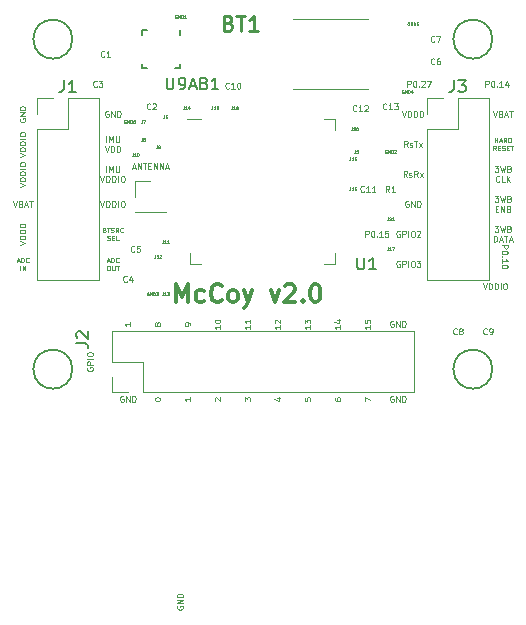
<source format=gto>
G04 #@! TF.GenerationSoftware,KiCad,Pcbnew,(5.1.6)-1*
G04 #@! TF.CreationDate,2021-04-28T17:15:56-07:00*
G04 #@! TF.ProjectId,scum3c-devboard,7363756d-3363-42d6-9465-76626f617264,rev?*
G04 #@! TF.SameCoordinates,Original*
G04 #@! TF.FileFunction,Legend,Top*
G04 #@! TF.FilePolarity,Positive*
%FSLAX46Y46*%
G04 Gerber Fmt 4.6, Leading zero omitted, Abs format (unit mm)*
G04 Created by KiCad (PCBNEW (5.1.6)-1) date 2021-04-28 17:15:56*
%MOMM*%
%LPD*%
G01*
G04 APERTURE LIST*
%ADD10C,0.100000*%
%ADD11C,0.150000*%
%ADD12C,0.080000*%
%ADD13C,0.300000*%
%ADD14C,0.120000*%
%ADD15C,0.050800*%
%ADD16C,0.101600*%
%ADD17C,0.125000*%
%ADD18C,0.254000*%
G04 APERTURE END LIST*
D10*
X135052714Y-94206190D02*
X135052714Y-93706190D01*
X135243190Y-93706190D01*
X135290809Y-93730000D01*
X135314619Y-93753809D01*
X135338428Y-93801428D01*
X135338428Y-93872857D01*
X135314619Y-93920476D01*
X135290809Y-93944285D01*
X135243190Y-93968095D01*
X135052714Y-93968095D01*
X135647952Y-93706190D02*
X135695571Y-93706190D01*
X135743190Y-93730000D01*
X135767000Y-93753809D01*
X135790809Y-93801428D01*
X135814619Y-93896666D01*
X135814619Y-94015714D01*
X135790809Y-94110952D01*
X135767000Y-94158571D01*
X135743190Y-94182380D01*
X135695571Y-94206190D01*
X135647952Y-94206190D01*
X135600333Y-94182380D01*
X135576523Y-94158571D01*
X135552714Y-94110952D01*
X135528904Y-94015714D01*
X135528904Y-93896666D01*
X135552714Y-93801428D01*
X135576523Y-93753809D01*
X135600333Y-93730000D01*
X135647952Y-93706190D01*
X136028904Y-94158571D02*
X136052714Y-94182380D01*
X136028904Y-94206190D01*
X136005095Y-94182380D01*
X136028904Y-94158571D01*
X136028904Y-94206190D01*
X136528904Y-94206190D02*
X136243190Y-94206190D01*
X136386047Y-94206190D02*
X136386047Y-93706190D01*
X136338428Y-93777619D01*
X136290809Y-93825238D01*
X136243190Y-93849047D01*
X136981285Y-93706190D02*
X136743190Y-93706190D01*
X136719380Y-93944285D01*
X136743190Y-93920476D01*
X136790809Y-93896666D01*
X136909857Y-93896666D01*
X136957476Y-93920476D01*
X136981285Y-93944285D01*
X137005095Y-93991904D01*
X137005095Y-94110952D01*
X136981285Y-94158571D01*
X136957476Y-94182380D01*
X136909857Y-94206190D01*
X136790809Y-94206190D01*
X136743190Y-94182380D01*
X136719380Y-94158571D01*
X146585809Y-94920714D02*
X147085809Y-94920714D01*
X147085809Y-95111190D01*
X147062000Y-95158809D01*
X147038190Y-95182619D01*
X146990571Y-95206428D01*
X146919142Y-95206428D01*
X146871523Y-95182619D01*
X146847714Y-95158809D01*
X146823904Y-95111190D01*
X146823904Y-94920714D01*
X147085809Y-95515952D02*
X147085809Y-95563571D01*
X147062000Y-95611190D01*
X147038190Y-95635000D01*
X146990571Y-95658809D01*
X146895333Y-95682619D01*
X146776285Y-95682619D01*
X146681047Y-95658809D01*
X146633428Y-95635000D01*
X146609619Y-95611190D01*
X146585809Y-95563571D01*
X146585809Y-95515952D01*
X146609619Y-95468333D01*
X146633428Y-95444523D01*
X146681047Y-95420714D01*
X146776285Y-95396904D01*
X146895333Y-95396904D01*
X146990571Y-95420714D01*
X147038190Y-95444523D01*
X147062000Y-95468333D01*
X147085809Y-95515952D01*
X146633428Y-95896904D02*
X146609619Y-95920714D01*
X146585809Y-95896904D01*
X146609619Y-95873095D01*
X146633428Y-95896904D01*
X146585809Y-95896904D01*
X146585809Y-96396904D02*
X146585809Y-96111190D01*
X146585809Y-96254047D02*
X147085809Y-96254047D01*
X147014380Y-96206428D01*
X146966761Y-96158809D01*
X146942952Y-96111190D01*
X147085809Y-96706428D02*
X147085809Y-96754047D01*
X147062000Y-96801666D01*
X147038190Y-96825476D01*
X146990571Y-96849285D01*
X146895333Y-96873095D01*
X146776285Y-96873095D01*
X146681047Y-96849285D01*
X146633428Y-96825476D01*
X146609619Y-96801666D01*
X146585809Y-96754047D01*
X146585809Y-96706428D01*
X146609619Y-96658809D01*
X146633428Y-96635000D01*
X146681047Y-96611190D01*
X146776285Y-96587380D01*
X146895333Y-96587380D01*
X146990571Y-96611190D01*
X147038190Y-96635000D01*
X147062000Y-96658809D01*
X147085809Y-96706428D01*
X145212714Y-81506190D02*
X145212714Y-81006190D01*
X145403190Y-81006190D01*
X145450809Y-81030000D01*
X145474619Y-81053809D01*
X145498428Y-81101428D01*
X145498428Y-81172857D01*
X145474619Y-81220476D01*
X145450809Y-81244285D01*
X145403190Y-81268095D01*
X145212714Y-81268095D01*
X145807952Y-81006190D02*
X145855571Y-81006190D01*
X145903190Y-81030000D01*
X145927000Y-81053809D01*
X145950809Y-81101428D01*
X145974619Y-81196666D01*
X145974619Y-81315714D01*
X145950809Y-81410952D01*
X145927000Y-81458571D01*
X145903190Y-81482380D01*
X145855571Y-81506190D01*
X145807952Y-81506190D01*
X145760333Y-81482380D01*
X145736523Y-81458571D01*
X145712714Y-81410952D01*
X145688904Y-81315714D01*
X145688904Y-81196666D01*
X145712714Y-81101428D01*
X145736523Y-81053809D01*
X145760333Y-81030000D01*
X145807952Y-81006190D01*
X146188904Y-81458571D02*
X146212714Y-81482380D01*
X146188904Y-81506190D01*
X146165095Y-81482380D01*
X146188904Y-81458571D01*
X146188904Y-81506190D01*
X146688904Y-81506190D02*
X146403190Y-81506190D01*
X146546047Y-81506190D02*
X146546047Y-81006190D01*
X146498428Y-81077619D01*
X146450809Y-81125238D01*
X146403190Y-81149047D01*
X147117476Y-81172857D02*
X147117476Y-81506190D01*
X146998428Y-80982380D02*
X146879380Y-81339523D01*
X147188904Y-81339523D01*
X138608714Y-81506190D02*
X138608714Y-81006190D01*
X138799190Y-81006190D01*
X138846809Y-81030000D01*
X138870619Y-81053809D01*
X138894428Y-81101428D01*
X138894428Y-81172857D01*
X138870619Y-81220476D01*
X138846809Y-81244285D01*
X138799190Y-81268095D01*
X138608714Y-81268095D01*
X139203952Y-81006190D02*
X139251571Y-81006190D01*
X139299190Y-81030000D01*
X139323000Y-81053809D01*
X139346809Y-81101428D01*
X139370619Y-81196666D01*
X139370619Y-81315714D01*
X139346809Y-81410952D01*
X139323000Y-81458571D01*
X139299190Y-81482380D01*
X139251571Y-81506190D01*
X139203952Y-81506190D01*
X139156333Y-81482380D01*
X139132523Y-81458571D01*
X139108714Y-81410952D01*
X139084904Y-81315714D01*
X139084904Y-81196666D01*
X139108714Y-81101428D01*
X139132523Y-81053809D01*
X139156333Y-81030000D01*
X139203952Y-81006190D01*
X139584904Y-81458571D02*
X139608714Y-81482380D01*
X139584904Y-81506190D01*
X139561095Y-81482380D01*
X139584904Y-81458571D01*
X139584904Y-81506190D01*
X139799190Y-81053809D02*
X139823000Y-81030000D01*
X139870619Y-81006190D01*
X139989666Y-81006190D01*
X140037285Y-81030000D01*
X140061095Y-81053809D01*
X140084904Y-81101428D01*
X140084904Y-81149047D01*
X140061095Y-81220476D01*
X139775380Y-81506190D01*
X140084904Y-81506190D01*
X140251571Y-81006190D02*
X140584904Y-81006190D01*
X140370619Y-81506190D01*
X137945904Y-93730000D02*
X137898285Y-93706190D01*
X137826857Y-93706190D01*
X137755428Y-93730000D01*
X137707809Y-93777619D01*
X137684000Y-93825238D01*
X137660190Y-93920476D01*
X137660190Y-93991904D01*
X137684000Y-94087142D01*
X137707809Y-94134761D01*
X137755428Y-94182380D01*
X137826857Y-94206190D01*
X137874476Y-94206190D01*
X137945904Y-94182380D01*
X137969714Y-94158571D01*
X137969714Y-93991904D01*
X137874476Y-93991904D01*
X138184000Y-94206190D02*
X138184000Y-93706190D01*
X138374476Y-93706190D01*
X138422095Y-93730000D01*
X138445904Y-93753809D01*
X138469714Y-93801428D01*
X138469714Y-93872857D01*
X138445904Y-93920476D01*
X138422095Y-93944285D01*
X138374476Y-93968095D01*
X138184000Y-93968095D01*
X138684000Y-94206190D02*
X138684000Y-93706190D01*
X139017333Y-93706190D02*
X139112571Y-93706190D01*
X139160190Y-93730000D01*
X139207809Y-93777619D01*
X139231619Y-93872857D01*
X139231619Y-94039523D01*
X139207809Y-94134761D01*
X139160190Y-94182380D01*
X139112571Y-94206190D01*
X139017333Y-94206190D01*
X138969714Y-94182380D01*
X138922095Y-94134761D01*
X138898285Y-94039523D01*
X138898285Y-93872857D01*
X138922095Y-93777619D01*
X138969714Y-93730000D01*
X139017333Y-93706190D01*
X139422095Y-93753809D02*
X139445904Y-93730000D01*
X139493523Y-93706190D01*
X139612571Y-93706190D01*
X139660190Y-93730000D01*
X139684000Y-93753809D01*
X139707809Y-93801428D01*
X139707809Y-93849047D01*
X139684000Y-93920476D01*
X139398285Y-94206190D01*
X139707809Y-94206190D01*
X137945904Y-96270000D02*
X137898285Y-96246190D01*
X137826857Y-96246190D01*
X137755428Y-96270000D01*
X137707809Y-96317619D01*
X137684000Y-96365238D01*
X137660190Y-96460476D01*
X137660190Y-96531904D01*
X137684000Y-96627142D01*
X137707809Y-96674761D01*
X137755428Y-96722380D01*
X137826857Y-96746190D01*
X137874476Y-96746190D01*
X137945904Y-96722380D01*
X137969714Y-96698571D01*
X137969714Y-96531904D01*
X137874476Y-96531904D01*
X138184000Y-96746190D02*
X138184000Y-96246190D01*
X138374476Y-96246190D01*
X138422095Y-96270000D01*
X138445904Y-96293809D01*
X138469714Y-96341428D01*
X138469714Y-96412857D01*
X138445904Y-96460476D01*
X138422095Y-96484285D01*
X138374476Y-96508095D01*
X138184000Y-96508095D01*
X138684000Y-96746190D02*
X138684000Y-96246190D01*
X139017333Y-96246190D02*
X139112571Y-96246190D01*
X139160190Y-96270000D01*
X139207809Y-96317619D01*
X139231619Y-96412857D01*
X139231619Y-96579523D01*
X139207809Y-96674761D01*
X139160190Y-96722380D01*
X139112571Y-96746190D01*
X139017333Y-96746190D01*
X138969714Y-96722380D01*
X138922095Y-96674761D01*
X138898285Y-96579523D01*
X138898285Y-96412857D01*
X138922095Y-96317619D01*
X138969714Y-96270000D01*
X139017333Y-96246190D01*
X139398285Y-96246190D02*
X139707809Y-96246190D01*
X139541142Y-96436666D01*
X139612571Y-96436666D01*
X139660190Y-96460476D01*
X139684000Y-96484285D01*
X139707809Y-96531904D01*
X139707809Y-96650952D01*
X139684000Y-96698571D01*
X139660190Y-96722380D01*
X139612571Y-96746190D01*
X139469714Y-96746190D01*
X139422095Y-96722380D01*
X139398285Y-96698571D01*
X113284047Y-83570000D02*
X113236428Y-83546190D01*
X113165000Y-83546190D01*
X113093571Y-83570000D01*
X113045952Y-83617619D01*
X113022142Y-83665238D01*
X112998333Y-83760476D01*
X112998333Y-83831904D01*
X113022142Y-83927142D01*
X113045952Y-83974761D01*
X113093571Y-84022380D01*
X113165000Y-84046190D01*
X113212619Y-84046190D01*
X113284047Y-84022380D01*
X113307857Y-83998571D01*
X113307857Y-83831904D01*
X113212619Y-83831904D01*
X113522142Y-84046190D02*
X113522142Y-83546190D01*
X113807857Y-84046190D01*
X113807857Y-83546190D01*
X114045952Y-84046190D02*
X114045952Y-83546190D01*
X114165000Y-83546190D01*
X114236428Y-83570000D01*
X114284047Y-83617619D01*
X114307857Y-83665238D01*
X114331666Y-83760476D01*
X114331666Y-83831904D01*
X114307857Y-83927142D01*
X114284047Y-83974761D01*
X114236428Y-84022380D01*
X114165000Y-84046190D01*
X114045952Y-84046190D01*
X119130000Y-125475952D02*
X119106190Y-125523571D01*
X119106190Y-125595000D01*
X119130000Y-125666428D01*
X119177619Y-125714047D01*
X119225238Y-125737857D01*
X119320476Y-125761666D01*
X119391904Y-125761666D01*
X119487142Y-125737857D01*
X119534761Y-125714047D01*
X119582380Y-125666428D01*
X119606190Y-125595000D01*
X119606190Y-125547380D01*
X119582380Y-125475952D01*
X119558571Y-125452142D01*
X119391904Y-125452142D01*
X119391904Y-125547380D01*
X119606190Y-125237857D02*
X119106190Y-125237857D01*
X119606190Y-124952142D01*
X119106190Y-124952142D01*
X119606190Y-124714047D02*
X119106190Y-124714047D01*
X119106190Y-124595000D01*
X119130000Y-124523571D01*
X119177619Y-124475952D01*
X119225238Y-124452142D01*
X119320476Y-124428333D01*
X119391904Y-124428333D01*
X119487142Y-124452142D01*
X119534761Y-124475952D01*
X119582380Y-124523571D01*
X119606190Y-124595000D01*
X119606190Y-124714047D01*
X115304285Y-88348333D02*
X115542380Y-88348333D01*
X115256666Y-88491190D02*
X115423333Y-87991190D01*
X115590000Y-88491190D01*
X115756666Y-88491190D02*
X115756666Y-87991190D01*
X116042380Y-88491190D01*
X116042380Y-87991190D01*
X116209047Y-87991190D02*
X116494761Y-87991190D01*
X116351904Y-88491190D02*
X116351904Y-87991190D01*
X116661428Y-88229285D02*
X116828095Y-88229285D01*
X116899523Y-88491190D02*
X116661428Y-88491190D01*
X116661428Y-87991190D01*
X116899523Y-87991190D01*
X117113809Y-88491190D02*
X117113809Y-87991190D01*
X117399523Y-88491190D01*
X117399523Y-87991190D01*
X117637619Y-88491190D02*
X117637619Y-87991190D01*
X117923333Y-88491190D01*
X117923333Y-87991190D01*
X118137619Y-88348333D02*
X118375714Y-88348333D01*
X118090000Y-88491190D02*
X118256666Y-87991190D01*
X118423333Y-88491190D01*
X114554047Y-107700000D02*
X114506428Y-107676190D01*
X114435000Y-107676190D01*
X114363571Y-107700000D01*
X114315952Y-107747619D01*
X114292142Y-107795238D01*
X114268333Y-107890476D01*
X114268333Y-107961904D01*
X114292142Y-108057142D01*
X114315952Y-108104761D01*
X114363571Y-108152380D01*
X114435000Y-108176190D01*
X114482619Y-108176190D01*
X114554047Y-108152380D01*
X114577857Y-108128571D01*
X114577857Y-107961904D01*
X114482619Y-107961904D01*
X114792142Y-108176190D02*
X114792142Y-107676190D01*
X115077857Y-108176190D01*
X115077857Y-107676190D01*
X115315952Y-108176190D02*
X115315952Y-107676190D01*
X115435000Y-107676190D01*
X115506428Y-107700000D01*
X115554047Y-107747619D01*
X115577857Y-107795238D01*
X115601666Y-107890476D01*
X115601666Y-107961904D01*
X115577857Y-108057142D01*
X115554047Y-108104761D01*
X115506428Y-108152380D01*
X115435000Y-108176190D01*
X115315952Y-108176190D01*
X115161190Y-101457142D02*
X115161190Y-101742857D01*
X115161190Y-101600000D02*
X114661190Y-101600000D01*
X114732619Y-101647619D01*
X114780238Y-101695238D01*
X114804047Y-101742857D01*
D11*
X110236000Y-77470000D02*
G75*
G03*
X110236000Y-77470000I-1651000J0D01*
G01*
X110236000Y-105410000D02*
G75*
G03*
X110236000Y-105410000I-1651000J0D01*
G01*
X145796000Y-105410000D02*
G75*
G03*
X145796000Y-105410000I-1651000J0D01*
G01*
X145796000Y-77470000D02*
G75*
G03*
X145796000Y-77470000I-1651000J0D01*
G01*
D10*
X137414047Y-107700000D02*
X137366428Y-107676190D01*
X137295000Y-107676190D01*
X137223571Y-107700000D01*
X137175952Y-107747619D01*
X137152142Y-107795238D01*
X137128333Y-107890476D01*
X137128333Y-107961904D01*
X137152142Y-108057142D01*
X137175952Y-108104761D01*
X137223571Y-108152380D01*
X137295000Y-108176190D01*
X137342619Y-108176190D01*
X137414047Y-108152380D01*
X137437857Y-108128571D01*
X137437857Y-107961904D01*
X137342619Y-107961904D01*
X137652142Y-108176190D02*
X137652142Y-107676190D01*
X137937857Y-108176190D01*
X137937857Y-107676190D01*
X138175952Y-108176190D02*
X138175952Y-107676190D01*
X138295000Y-107676190D01*
X138366428Y-107700000D01*
X138414047Y-107747619D01*
X138437857Y-107795238D01*
X138461666Y-107890476D01*
X138461666Y-107961904D01*
X138437857Y-108057142D01*
X138414047Y-108104761D01*
X138366428Y-108152380D01*
X138295000Y-108176190D01*
X138175952Y-108176190D01*
X137414047Y-101350000D02*
X137366428Y-101326190D01*
X137295000Y-101326190D01*
X137223571Y-101350000D01*
X137175952Y-101397619D01*
X137152142Y-101445238D01*
X137128333Y-101540476D01*
X137128333Y-101611904D01*
X137152142Y-101707142D01*
X137175952Y-101754761D01*
X137223571Y-101802380D01*
X137295000Y-101826190D01*
X137342619Y-101826190D01*
X137414047Y-101802380D01*
X137437857Y-101778571D01*
X137437857Y-101611904D01*
X137342619Y-101611904D01*
X137652142Y-101826190D02*
X137652142Y-101326190D01*
X137937857Y-101826190D01*
X137937857Y-101326190D01*
X138175952Y-101826190D02*
X138175952Y-101326190D01*
X138295000Y-101326190D01*
X138366428Y-101350000D01*
X138414047Y-101397619D01*
X138437857Y-101445238D01*
X138461666Y-101540476D01*
X138461666Y-101611904D01*
X138437857Y-101707142D01*
X138414047Y-101754761D01*
X138366428Y-101802380D01*
X138295000Y-101826190D01*
X138175952Y-101826190D01*
D12*
X145999285Y-86200952D02*
X145999285Y-85800952D01*
X145999285Y-85991428D02*
X146227857Y-85991428D01*
X146227857Y-86200952D02*
X146227857Y-85800952D01*
X146399285Y-86086666D02*
X146589761Y-86086666D01*
X146361190Y-86200952D02*
X146494523Y-85800952D01*
X146627857Y-86200952D01*
X146989761Y-86200952D02*
X146856428Y-86010476D01*
X146761190Y-86200952D02*
X146761190Y-85800952D01*
X146913571Y-85800952D01*
X146951666Y-85820000D01*
X146970714Y-85839047D01*
X146989761Y-85877142D01*
X146989761Y-85934285D01*
X146970714Y-85972380D01*
X146951666Y-85991428D01*
X146913571Y-86010476D01*
X146761190Y-86010476D01*
X147161190Y-86200952D02*
X147161190Y-85800952D01*
X147256428Y-85800952D01*
X147313571Y-85820000D01*
X147351666Y-85858095D01*
X147370714Y-85896190D01*
X147389761Y-85972380D01*
X147389761Y-86029523D01*
X147370714Y-86105714D01*
X147351666Y-86143809D01*
X147313571Y-86181904D01*
X147256428Y-86200952D01*
X147161190Y-86200952D01*
X146104047Y-86880952D02*
X145970714Y-86690476D01*
X145875476Y-86880952D02*
X145875476Y-86480952D01*
X146027857Y-86480952D01*
X146065952Y-86500000D01*
X146085000Y-86519047D01*
X146104047Y-86557142D01*
X146104047Y-86614285D01*
X146085000Y-86652380D01*
X146065952Y-86671428D01*
X146027857Y-86690476D01*
X145875476Y-86690476D01*
X146275476Y-86671428D02*
X146408809Y-86671428D01*
X146465952Y-86880952D02*
X146275476Y-86880952D01*
X146275476Y-86480952D01*
X146465952Y-86480952D01*
X146618333Y-86861904D02*
X146675476Y-86880952D01*
X146770714Y-86880952D01*
X146808809Y-86861904D01*
X146827857Y-86842857D01*
X146846904Y-86804761D01*
X146846904Y-86766666D01*
X146827857Y-86728571D01*
X146808809Y-86709523D01*
X146770714Y-86690476D01*
X146694523Y-86671428D01*
X146656428Y-86652380D01*
X146637380Y-86633333D01*
X146618333Y-86595238D01*
X146618333Y-86557142D01*
X146637380Y-86519047D01*
X146656428Y-86500000D01*
X146694523Y-86480952D01*
X146789761Y-86480952D01*
X146846904Y-86500000D01*
X147018333Y-86671428D02*
X147151666Y-86671428D01*
X147208809Y-86880952D02*
X147018333Y-86880952D01*
X147018333Y-86480952D01*
X147208809Y-86480952D01*
X147323095Y-86480952D02*
X147551666Y-86480952D01*
X147437380Y-86880952D02*
X147437380Y-86480952D01*
D10*
X113117380Y-88701190D02*
X113117380Y-88201190D01*
X113355476Y-88701190D02*
X113355476Y-88201190D01*
X113522142Y-88558333D01*
X113688809Y-88201190D01*
X113688809Y-88701190D01*
X113926904Y-88201190D02*
X113926904Y-88605952D01*
X113950714Y-88653571D01*
X113974523Y-88677380D01*
X114022142Y-88701190D01*
X114117380Y-88701190D01*
X114165000Y-88677380D01*
X114188809Y-88653571D01*
X114212619Y-88605952D01*
X114212619Y-88201190D01*
X112617380Y-89051190D02*
X112784047Y-89551190D01*
X112950714Y-89051190D01*
X113117380Y-89551190D02*
X113117380Y-89051190D01*
X113236428Y-89051190D01*
X113307857Y-89075000D01*
X113355476Y-89122619D01*
X113379285Y-89170238D01*
X113403095Y-89265476D01*
X113403095Y-89336904D01*
X113379285Y-89432142D01*
X113355476Y-89479761D01*
X113307857Y-89527380D01*
X113236428Y-89551190D01*
X113117380Y-89551190D01*
X113617380Y-89551190D02*
X113617380Y-89051190D01*
X113736428Y-89051190D01*
X113807857Y-89075000D01*
X113855476Y-89122619D01*
X113879285Y-89170238D01*
X113903095Y-89265476D01*
X113903095Y-89336904D01*
X113879285Y-89432142D01*
X113855476Y-89479761D01*
X113807857Y-89527380D01*
X113736428Y-89551190D01*
X113617380Y-89551190D01*
X114117380Y-89551190D02*
X114117380Y-89051190D01*
X114450714Y-89051190D02*
X114545952Y-89051190D01*
X114593571Y-89075000D01*
X114641190Y-89122619D01*
X114665000Y-89217857D01*
X114665000Y-89384523D01*
X114641190Y-89479761D01*
X114593571Y-89527380D01*
X114545952Y-89551190D01*
X114450714Y-89551190D01*
X114403095Y-89527380D01*
X114355476Y-89479761D01*
X114331666Y-89384523D01*
X114331666Y-89217857D01*
X114355476Y-89122619D01*
X114403095Y-89075000D01*
X114450714Y-89051190D01*
X105771190Y-89947619D02*
X106271190Y-89780952D01*
X105771190Y-89614285D01*
X106271190Y-89447619D02*
X105771190Y-89447619D01*
X105771190Y-89328571D01*
X105795000Y-89257142D01*
X105842619Y-89209523D01*
X105890238Y-89185714D01*
X105985476Y-89161904D01*
X106056904Y-89161904D01*
X106152142Y-89185714D01*
X106199761Y-89209523D01*
X106247380Y-89257142D01*
X106271190Y-89328571D01*
X106271190Y-89447619D01*
X106271190Y-88947619D02*
X105771190Y-88947619D01*
X105771190Y-88828571D01*
X105795000Y-88757142D01*
X105842619Y-88709523D01*
X105890238Y-88685714D01*
X105985476Y-88661904D01*
X106056904Y-88661904D01*
X106152142Y-88685714D01*
X106199761Y-88709523D01*
X106247380Y-88757142D01*
X106271190Y-88828571D01*
X106271190Y-88947619D01*
X106271190Y-88447619D02*
X105771190Y-88447619D01*
X105771190Y-88114285D02*
X105771190Y-88019047D01*
X105795000Y-87971428D01*
X105842619Y-87923809D01*
X105937857Y-87900000D01*
X106104523Y-87900000D01*
X106199761Y-87923809D01*
X106247380Y-87971428D01*
X106271190Y-88019047D01*
X106271190Y-88114285D01*
X106247380Y-88161904D01*
X106199761Y-88209523D01*
X106104523Y-88233333D01*
X105937857Y-88233333D01*
X105842619Y-88209523D01*
X105795000Y-88161904D01*
X105771190Y-88114285D01*
X112617380Y-91166190D02*
X112784047Y-91666190D01*
X112950714Y-91166190D01*
X113117380Y-91666190D02*
X113117380Y-91166190D01*
X113236428Y-91166190D01*
X113307857Y-91190000D01*
X113355476Y-91237619D01*
X113379285Y-91285238D01*
X113403095Y-91380476D01*
X113403095Y-91451904D01*
X113379285Y-91547142D01*
X113355476Y-91594761D01*
X113307857Y-91642380D01*
X113236428Y-91666190D01*
X113117380Y-91666190D01*
X113617380Y-91666190D02*
X113617380Y-91166190D01*
X113736428Y-91166190D01*
X113807857Y-91190000D01*
X113855476Y-91237619D01*
X113879285Y-91285238D01*
X113903095Y-91380476D01*
X113903095Y-91451904D01*
X113879285Y-91547142D01*
X113855476Y-91594761D01*
X113807857Y-91642380D01*
X113736428Y-91666190D01*
X113617380Y-91666190D01*
X114117380Y-91666190D02*
X114117380Y-91166190D01*
X114450714Y-91166190D02*
X114545952Y-91166190D01*
X114593571Y-91190000D01*
X114641190Y-91237619D01*
X114665000Y-91332857D01*
X114665000Y-91499523D01*
X114641190Y-91594761D01*
X114593571Y-91642380D01*
X114545952Y-91666190D01*
X114450714Y-91666190D01*
X114403095Y-91642380D01*
X114355476Y-91594761D01*
X114331666Y-91499523D01*
X114331666Y-91332857D01*
X114355476Y-91237619D01*
X114403095Y-91190000D01*
X114450714Y-91166190D01*
X138148333Y-83546190D02*
X138315000Y-84046190D01*
X138481666Y-83546190D01*
X138648333Y-84046190D02*
X138648333Y-83546190D01*
X138767380Y-83546190D01*
X138838809Y-83570000D01*
X138886428Y-83617619D01*
X138910238Y-83665238D01*
X138934047Y-83760476D01*
X138934047Y-83831904D01*
X138910238Y-83927142D01*
X138886428Y-83974761D01*
X138838809Y-84022380D01*
X138767380Y-84046190D01*
X138648333Y-84046190D01*
X139148333Y-84046190D02*
X139148333Y-83546190D01*
X139267380Y-83546190D01*
X139338809Y-83570000D01*
X139386428Y-83617619D01*
X139410238Y-83665238D01*
X139434047Y-83760476D01*
X139434047Y-83831904D01*
X139410238Y-83927142D01*
X139386428Y-83974761D01*
X139338809Y-84022380D01*
X139267380Y-84046190D01*
X139148333Y-84046190D01*
X139648333Y-84046190D02*
X139648333Y-83546190D01*
X139767380Y-83546190D01*
X139838809Y-83570000D01*
X139886428Y-83617619D01*
X139910238Y-83665238D01*
X139934047Y-83760476D01*
X139934047Y-83831904D01*
X139910238Y-83927142D01*
X139886428Y-83974761D01*
X139838809Y-84022380D01*
X139767380Y-84046190D01*
X139648333Y-84046190D01*
X125321190Y-101695238D02*
X125321190Y-101980952D01*
X125321190Y-101838095D02*
X124821190Y-101838095D01*
X124892619Y-101885714D01*
X124940238Y-101933333D01*
X124964047Y-101980952D01*
X125321190Y-101219047D02*
X125321190Y-101504761D01*
X125321190Y-101361904D02*
X124821190Y-101361904D01*
X124892619Y-101409523D01*
X124940238Y-101457142D01*
X124964047Y-101504761D01*
D12*
X112950714Y-93611428D02*
X113007857Y-93630476D01*
X113026904Y-93649523D01*
X113045952Y-93687619D01*
X113045952Y-93744761D01*
X113026904Y-93782857D01*
X113007857Y-93801904D01*
X112969761Y-93820952D01*
X112817380Y-93820952D01*
X112817380Y-93420952D01*
X112950714Y-93420952D01*
X112988809Y-93440000D01*
X113007857Y-93459047D01*
X113026904Y-93497142D01*
X113026904Y-93535238D01*
X113007857Y-93573333D01*
X112988809Y-93592380D01*
X112950714Y-93611428D01*
X112817380Y-93611428D01*
X113160238Y-93420952D02*
X113388809Y-93420952D01*
X113274523Y-93820952D02*
X113274523Y-93420952D01*
X113503095Y-93801904D02*
X113560238Y-93820952D01*
X113655476Y-93820952D01*
X113693571Y-93801904D01*
X113712619Y-93782857D01*
X113731666Y-93744761D01*
X113731666Y-93706666D01*
X113712619Y-93668571D01*
X113693571Y-93649523D01*
X113655476Y-93630476D01*
X113579285Y-93611428D01*
X113541190Y-93592380D01*
X113522142Y-93573333D01*
X113503095Y-93535238D01*
X113503095Y-93497142D01*
X113522142Y-93459047D01*
X113541190Y-93440000D01*
X113579285Y-93420952D01*
X113674523Y-93420952D01*
X113731666Y-93440000D01*
X114131666Y-93820952D02*
X113998333Y-93630476D01*
X113903095Y-93820952D02*
X113903095Y-93420952D01*
X114055476Y-93420952D01*
X114093571Y-93440000D01*
X114112619Y-93459047D01*
X114131666Y-93497142D01*
X114131666Y-93554285D01*
X114112619Y-93592380D01*
X114093571Y-93611428D01*
X114055476Y-93630476D01*
X113903095Y-93630476D01*
X114531666Y-93782857D02*
X114512619Y-93801904D01*
X114455476Y-93820952D01*
X114417380Y-93820952D01*
X114360238Y-93801904D01*
X114322142Y-93763809D01*
X114303095Y-93725714D01*
X114284047Y-93649523D01*
X114284047Y-93592380D01*
X114303095Y-93516190D01*
X114322142Y-93478095D01*
X114360238Y-93440000D01*
X114417380Y-93420952D01*
X114455476Y-93420952D01*
X114512619Y-93440000D01*
X114531666Y-93459047D01*
X113207857Y-94481904D02*
X113265000Y-94500952D01*
X113360238Y-94500952D01*
X113398333Y-94481904D01*
X113417380Y-94462857D01*
X113436428Y-94424761D01*
X113436428Y-94386666D01*
X113417380Y-94348571D01*
X113398333Y-94329523D01*
X113360238Y-94310476D01*
X113284047Y-94291428D01*
X113245952Y-94272380D01*
X113226904Y-94253333D01*
X113207857Y-94215238D01*
X113207857Y-94177142D01*
X113226904Y-94139047D01*
X113245952Y-94120000D01*
X113284047Y-94100952D01*
X113379285Y-94100952D01*
X113436428Y-94120000D01*
X113607857Y-94291428D02*
X113741190Y-94291428D01*
X113798333Y-94500952D02*
X113607857Y-94500952D01*
X113607857Y-94100952D01*
X113798333Y-94100952D01*
X114160238Y-94500952D02*
X113969761Y-94500952D01*
X113969761Y-94100952D01*
D10*
X111510000Y-105275000D02*
X111486190Y-105322619D01*
X111486190Y-105394047D01*
X111510000Y-105465476D01*
X111557619Y-105513095D01*
X111605238Y-105536904D01*
X111700476Y-105560714D01*
X111771904Y-105560714D01*
X111867142Y-105536904D01*
X111914761Y-105513095D01*
X111962380Y-105465476D01*
X111986190Y-105394047D01*
X111986190Y-105346428D01*
X111962380Y-105275000D01*
X111938571Y-105251190D01*
X111771904Y-105251190D01*
X111771904Y-105346428D01*
X111986190Y-105036904D02*
X111486190Y-105036904D01*
X111486190Y-104846428D01*
X111510000Y-104798809D01*
X111533809Y-104775000D01*
X111581428Y-104751190D01*
X111652857Y-104751190D01*
X111700476Y-104775000D01*
X111724285Y-104798809D01*
X111748095Y-104846428D01*
X111748095Y-105036904D01*
X111986190Y-104536904D02*
X111486190Y-104536904D01*
X111486190Y-104203571D02*
X111486190Y-104108333D01*
X111510000Y-104060714D01*
X111557619Y-104013095D01*
X111652857Y-103989285D01*
X111819523Y-103989285D01*
X111914761Y-104013095D01*
X111962380Y-104060714D01*
X111986190Y-104108333D01*
X111986190Y-104203571D01*
X111962380Y-104251190D01*
X111914761Y-104298809D01*
X111819523Y-104322619D01*
X111652857Y-104322619D01*
X111557619Y-104298809D01*
X111510000Y-104251190D01*
X111486190Y-104203571D01*
D13*
X119023571Y-99738571D02*
X119023571Y-98238571D01*
X119523571Y-99310000D01*
X120023571Y-98238571D01*
X120023571Y-99738571D01*
X121380714Y-99667142D02*
X121237857Y-99738571D01*
X120952142Y-99738571D01*
X120809285Y-99667142D01*
X120737857Y-99595714D01*
X120666428Y-99452857D01*
X120666428Y-99024285D01*
X120737857Y-98881428D01*
X120809285Y-98810000D01*
X120952142Y-98738571D01*
X121237857Y-98738571D01*
X121380714Y-98810000D01*
X122880714Y-99595714D02*
X122809285Y-99667142D01*
X122595000Y-99738571D01*
X122452142Y-99738571D01*
X122237857Y-99667142D01*
X122095000Y-99524285D01*
X122023571Y-99381428D01*
X121952142Y-99095714D01*
X121952142Y-98881428D01*
X122023571Y-98595714D01*
X122095000Y-98452857D01*
X122237857Y-98310000D01*
X122452142Y-98238571D01*
X122595000Y-98238571D01*
X122809285Y-98310000D01*
X122880714Y-98381428D01*
X123737857Y-99738571D02*
X123595000Y-99667142D01*
X123523571Y-99595714D01*
X123452142Y-99452857D01*
X123452142Y-99024285D01*
X123523571Y-98881428D01*
X123595000Y-98810000D01*
X123737857Y-98738571D01*
X123952142Y-98738571D01*
X124095000Y-98810000D01*
X124166428Y-98881428D01*
X124237857Y-99024285D01*
X124237857Y-99452857D01*
X124166428Y-99595714D01*
X124095000Y-99667142D01*
X123952142Y-99738571D01*
X123737857Y-99738571D01*
X124737857Y-98738571D02*
X125095000Y-99738571D01*
X125452142Y-98738571D02*
X125095000Y-99738571D01*
X124952142Y-100095714D01*
X124880714Y-100167142D01*
X124737857Y-100238571D01*
X127023571Y-98738571D02*
X127380714Y-99738571D01*
X127737857Y-98738571D01*
X128237857Y-98381428D02*
X128309285Y-98310000D01*
X128452142Y-98238571D01*
X128809285Y-98238571D01*
X128952142Y-98310000D01*
X129023571Y-98381428D01*
X129095000Y-98524285D01*
X129095000Y-98667142D01*
X129023571Y-98881428D01*
X128166428Y-99738571D01*
X129095000Y-99738571D01*
X129737857Y-99595714D02*
X129809285Y-99667142D01*
X129737857Y-99738571D01*
X129666428Y-99667142D01*
X129737857Y-99595714D01*
X129737857Y-99738571D01*
X130737857Y-98238571D02*
X130880714Y-98238571D01*
X131023571Y-98310000D01*
X131095000Y-98381428D01*
X131166428Y-98524285D01*
X131237857Y-98810000D01*
X131237857Y-99167142D01*
X131166428Y-99452857D01*
X131095000Y-99595714D01*
X131023571Y-99667142D01*
X130880714Y-99738571D01*
X130737857Y-99738571D01*
X130595000Y-99667142D01*
X130523571Y-99595714D01*
X130452142Y-99452857D01*
X130380714Y-99167142D01*
X130380714Y-98810000D01*
X130452142Y-98524285D01*
X130523571Y-98381428D01*
X130595000Y-98310000D01*
X130737857Y-98238571D01*
D10*
X138684047Y-91190000D02*
X138636428Y-91166190D01*
X138565000Y-91166190D01*
X138493571Y-91190000D01*
X138445952Y-91237619D01*
X138422142Y-91285238D01*
X138398333Y-91380476D01*
X138398333Y-91451904D01*
X138422142Y-91547142D01*
X138445952Y-91594761D01*
X138493571Y-91642380D01*
X138565000Y-91666190D01*
X138612619Y-91666190D01*
X138684047Y-91642380D01*
X138707857Y-91618571D01*
X138707857Y-91451904D01*
X138612619Y-91451904D01*
X138922142Y-91666190D02*
X138922142Y-91166190D01*
X139207857Y-91666190D01*
X139207857Y-91166190D01*
X139445952Y-91666190D02*
X139445952Y-91166190D01*
X139565000Y-91166190D01*
X139636428Y-91190000D01*
X139684047Y-91237619D01*
X139707857Y-91285238D01*
X139731666Y-91380476D01*
X139731666Y-91451904D01*
X139707857Y-91547142D01*
X139684047Y-91594761D01*
X139636428Y-91642380D01*
X139565000Y-91666190D01*
X139445952Y-91666190D01*
X105795000Y-84200952D02*
X105771190Y-84248571D01*
X105771190Y-84320000D01*
X105795000Y-84391428D01*
X105842619Y-84439047D01*
X105890238Y-84462857D01*
X105985476Y-84486666D01*
X106056904Y-84486666D01*
X106152142Y-84462857D01*
X106199761Y-84439047D01*
X106247380Y-84391428D01*
X106271190Y-84320000D01*
X106271190Y-84272380D01*
X106247380Y-84200952D01*
X106223571Y-84177142D01*
X106056904Y-84177142D01*
X106056904Y-84272380D01*
X106271190Y-83962857D02*
X105771190Y-83962857D01*
X106271190Y-83677142D01*
X105771190Y-83677142D01*
X106271190Y-83439047D02*
X105771190Y-83439047D01*
X105771190Y-83320000D01*
X105795000Y-83248571D01*
X105842619Y-83200952D01*
X105890238Y-83177142D01*
X105985476Y-83153333D01*
X106056904Y-83153333D01*
X106152142Y-83177142D01*
X106199761Y-83200952D01*
X106247380Y-83248571D01*
X106271190Y-83320000D01*
X106271190Y-83439047D01*
X105223571Y-91166190D02*
X105390238Y-91666190D01*
X105556904Y-91166190D01*
X105890238Y-91404285D02*
X105961666Y-91428095D01*
X105985476Y-91451904D01*
X106009285Y-91499523D01*
X106009285Y-91570952D01*
X105985476Y-91618571D01*
X105961666Y-91642380D01*
X105914047Y-91666190D01*
X105723571Y-91666190D01*
X105723571Y-91166190D01*
X105890238Y-91166190D01*
X105937857Y-91190000D01*
X105961666Y-91213809D01*
X105985476Y-91261428D01*
X105985476Y-91309047D01*
X105961666Y-91356666D01*
X105937857Y-91380476D01*
X105890238Y-91404285D01*
X105723571Y-91404285D01*
X106199761Y-91523333D02*
X106437857Y-91523333D01*
X106152142Y-91666190D02*
X106318809Y-91166190D01*
X106485476Y-91666190D01*
X106580714Y-91166190D02*
X106866428Y-91166190D01*
X106723571Y-91666190D02*
X106723571Y-91166190D01*
X105771190Y-87407619D02*
X106271190Y-87240952D01*
X105771190Y-87074285D01*
X106271190Y-86907619D02*
X105771190Y-86907619D01*
X105771190Y-86788571D01*
X105795000Y-86717142D01*
X105842619Y-86669523D01*
X105890238Y-86645714D01*
X105985476Y-86621904D01*
X106056904Y-86621904D01*
X106152142Y-86645714D01*
X106199761Y-86669523D01*
X106247380Y-86717142D01*
X106271190Y-86788571D01*
X106271190Y-86907619D01*
X106271190Y-86407619D02*
X105771190Y-86407619D01*
X105771190Y-86288571D01*
X105795000Y-86217142D01*
X105842619Y-86169523D01*
X105890238Y-86145714D01*
X105985476Y-86121904D01*
X106056904Y-86121904D01*
X106152142Y-86145714D01*
X106199761Y-86169523D01*
X106247380Y-86217142D01*
X106271190Y-86288571D01*
X106271190Y-86407619D01*
X106271190Y-85907619D02*
X105771190Y-85907619D01*
X105771190Y-85574285D02*
X105771190Y-85479047D01*
X105795000Y-85431428D01*
X105842619Y-85383809D01*
X105937857Y-85360000D01*
X106104523Y-85360000D01*
X106199761Y-85383809D01*
X106247380Y-85431428D01*
X106271190Y-85479047D01*
X106271190Y-85574285D01*
X106247380Y-85621904D01*
X106199761Y-85669523D01*
X106104523Y-85693333D01*
X105937857Y-85693333D01*
X105842619Y-85669523D01*
X105795000Y-85621904D01*
X105771190Y-85574285D01*
X113117380Y-86161190D02*
X113117380Y-85661190D01*
X113355476Y-86161190D02*
X113355476Y-85661190D01*
X113522142Y-86018333D01*
X113688809Y-85661190D01*
X113688809Y-86161190D01*
X113926904Y-85661190D02*
X113926904Y-86065952D01*
X113950714Y-86113571D01*
X113974523Y-86137380D01*
X114022142Y-86161190D01*
X114117380Y-86161190D01*
X114165000Y-86137380D01*
X114188809Y-86113571D01*
X114212619Y-86065952D01*
X114212619Y-85661190D01*
X112998333Y-86511190D02*
X113165000Y-87011190D01*
X113331666Y-86511190D01*
X113498333Y-87011190D02*
X113498333Y-86511190D01*
X113617380Y-86511190D01*
X113688809Y-86535000D01*
X113736428Y-86582619D01*
X113760238Y-86630238D01*
X113784047Y-86725476D01*
X113784047Y-86796904D01*
X113760238Y-86892142D01*
X113736428Y-86939761D01*
X113688809Y-86987380D01*
X113617380Y-87011190D01*
X113498333Y-87011190D01*
X113998333Y-87011190D02*
X113998333Y-86511190D01*
X114117380Y-86511190D01*
X114188809Y-86535000D01*
X114236428Y-86582619D01*
X114260238Y-86630238D01*
X114284047Y-86725476D01*
X114284047Y-86796904D01*
X114260238Y-86892142D01*
X114236428Y-86939761D01*
X114188809Y-86987380D01*
X114117380Y-87011190D01*
X113998333Y-87011190D01*
X135481190Y-101695238D02*
X135481190Y-101980952D01*
X135481190Y-101838095D02*
X134981190Y-101838095D01*
X135052619Y-101885714D01*
X135100238Y-101933333D01*
X135124047Y-101980952D01*
X134981190Y-101242857D02*
X134981190Y-101480952D01*
X135219285Y-101504761D01*
X135195476Y-101480952D01*
X135171666Y-101433333D01*
X135171666Y-101314285D01*
X135195476Y-101266666D01*
X135219285Y-101242857D01*
X135266904Y-101219047D01*
X135385952Y-101219047D01*
X135433571Y-101242857D01*
X135457380Y-101266666D01*
X135481190Y-101314285D01*
X135481190Y-101433333D01*
X135457380Y-101480952D01*
X135433571Y-101504761D01*
X132941190Y-101695238D02*
X132941190Y-101980952D01*
X132941190Y-101838095D02*
X132441190Y-101838095D01*
X132512619Y-101885714D01*
X132560238Y-101933333D01*
X132584047Y-101980952D01*
X132607857Y-101266666D02*
X132941190Y-101266666D01*
X132417380Y-101385714D02*
X132774523Y-101504761D01*
X132774523Y-101195238D01*
X130401190Y-101695238D02*
X130401190Y-101980952D01*
X130401190Y-101838095D02*
X129901190Y-101838095D01*
X129972619Y-101885714D01*
X130020238Y-101933333D01*
X130044047Y-101980952D01*
X129901190Y-101528571D02*
X129901190Y-101219047D01*
X130091666Y-101385714D01*
X130091666Y-101314285D01*
X130115476Y-101266666D01*
X130139285Y-101242857D01*
X130186904Y-101219047D01*
X130305952Y-101219047D01*
X130353571Y-101242857D01*
X130377380Y-101266666D01*
X130401190Y-101314285D01*
X130401190Y-101457142D01*
X130377380Y-101504761D01*
X130353571Y-101528571D01*
X127861190Y-101695238D02*
X127861190Y-101980952D01*
X127861190Y-101838095D02*
X127361190Y-101838095D01*
X127432619Y-101885714D01*
X127480238Y-101933333D01*
X127504047Y-101980952D01*
X127408809Y-101504761D02*
X127385000Y-101480952D01*
X127361190Y-101433333D01*
X127361190Y-101314285D01*
X127385000Y-101266666D01*
X127408809Y-101242857D01*
X127456428Y-101219047D01*
X127504047Y-101219047D01*
X127575476Y-101242857D01*
X127861190Y-101528571D01*
X127861190Y-101219047D01*
X138624523Y-86586190D02*
X138457857Y-86348095D01*
X138338809Y-86586190D02*
X138338809Y-86086190D01*
X138529285Y-86086190D01*
X138576904Y-86110000D01*
X138600714Y-86133809D01*
X138624523Y-86181428D01*
X138624523Y-86252857D01*
X138600714Y-86300476D01*
X138576904Y-86324285D01*
X138529285Y-86348095D01*
X138338809Y-86348095D01*
X138815000Y-86562380D02*
X138862619Y-86586190D01*
X138957857Y-86586190D01*
X139005476Y-86562380D01*
X139029285Y-86514761D01*
X139029285Y-86490952D01*
X139005476Y-86443333D01*
X138957857Y-86419523D01*
X138886428Y-86419523D01*
X138838809Y-86395714D01*
X138815000Y-86348095D01*
X138815000Y-86324285D01*
X138838809Y-86276666D01*
X138886428Y-86252857D01*
X138957857Y-86252857D01*
X139005476Y-86276666D01*
X139172142Y-86086190D02*
X139457857Y-86086190D01*
X139315000Y-86586190D02*
X139315000Y-86086190D01*
X139576904Y-86586190D02*
X139838809Y-86252857D01*
X139576904Y-86252857D02*
X139838809Y-86586190D01*
X138565000Y-89126190D02*
X138398333Y-88888095D01*
X138279285Y-89126190D02*
X138279285Y-88626190D01*
X138469761Y-88626190D01*
X138517380Y-88650000D01*
X138541190Y-88673809D01*
X138565000Y-88721428D01*
X138565000Y-88792857D01*
X138541190Y-88840476D01*
X138517380Y-88864285D01*
X138469761Y-88888095D01*
X138279285Y-88888095D01*
X138755476Y-89102380D02*
X138803095Y-89126190D01*
X138898333Y-89126190D01*
X138945952Y-89102380D01*
X138969761Y-89054761D01*
X138969761Y-89030952D01*
X138945952Y-88983333D01*
X138898333Y-88959523D01*
X138826904Y-88959523D01*
X138779285Y-88935714D01*
X138755476Y-88888095D01*
X138755476Y-88864285D01*
X138779285Y-88816666D01*
X138826904Y-88792857D01*
X138898333Y-88792857D01*
X138945952Y-88816666D01*
X139469761Y-89126190D02*
X139303095Y-88888095D01*
X139184047Y-89126190D02*
X139184047Y-88626190D01*
X139374523Y-88626190D01*
X139422142Y-88650000D01*
X139445952Y-88673809D01*
X139469761Y-88721428D01*
X139469761Y-88792857D01*
X139445952Y-88840476D01*
X139422142Y-88864285D01*
X139374523Y-88888095D01*
X139184047Y-88888095D01*
X139636428Y-89126190D02*
X139898333Y-88792857D01*
X139636428Y-88792857D02*
X139898333Y-89126190D01*
X145982619Y-88201190D02*
X146292142Y-88201190D01*
X146125476Y-88391666D01*
X146196904Y-88391666D01*
X146244523Y-88415476D01*
X146268333Y-88439285D01*
X146292142Y-88486904D01*
X146292142Y-88605952D01*
X146268333Y-88653571D01*
X146244523Y-88677380D01*
X146196904Y-88701190D01*
X146054047Y-88701190D01*
X146006428Y-88677380D01*
X145982619Y-88653571D01*
X146458809Y-88201190D02*
X146577857Y-88701190D01*
X146673095Y-88344047D01*
X146768333Y-88701190D01*
X146887380Y-88201190D01*
X147244523Y-88439285D02*
X147315952Y-88463095D01*
X147339761Y-88486904D01*
X147363571Y-88534523D01*
X147363571Y-88605952D01*
X147339761Y-88653571D01*
X147315952Y-88677380D01*
X147268333Y-88701190D01*
X147077857Y-88701190D01*
X147077857Y-88201190D01*
X147244523Y-88201190D01*
X147292142Y-88225000D01*
X147315952Y-88248809D01*
X147339761Y-88296428D01*
X147339761Y-88344047D01*
X147315952Y-88391666D01*
X147292142Y-88415476D01*
X147244523Y-88439285D01*
X147077857Y-88439285D01*
X146387380Y-89503571D02*
X146363571Y-89527380D01*
X146292142Y-89551190D01*
X146244523Y-89551190D01*
X146173095Y-89527380D01*
X146125476Y-89479761D01*
X146101666Y-89432142D01*
X146077857Y-89336904D01*
X146077857Y-89265476D01*
X146101666Y-89170238D01*
X146125476Y-89122619D01*
X146173095Y-89075000D01*
X146244523Y-89051190D01*
X146292142Y-89051190D01*
X146363571Y-89075000D01*
X146387380Y-89098809D01*
X146839761Y-89551190D02*
X146601666Y-89551190D01*
X146601666Y-89051190D01*
X147006428Y-89551190D02*
X147006428Y-89051190D01*
X147292142Y-89551190D02*
X147077857Y-89265476D01*
X147292142Y-89051190D02*
X147006428Y-89336904D01*
X145982619Y-90741190D02*
X146292142Y-90741190D01*
X146125476Y-90931666D01*
X146196904Y-90931666D01*
X146244523Y-90955476D01*
X146268333Y-90979285D01*
X146292142Y-91026904D01*
X146292142Y-91145952D01*
X146268333Y-91193571D01*
X146244523Y-91217380D01*
X146196904Y-91241190D01*
X146054047Y-91241190D01*
X146006428Y-91217380D01*
X145982619Y-91193571D01*
X146458809Y-90741190D02*
X146577857Y-91241190D01*
X146673095Y-90884047D01*
X146768333Y-91241190D01*
X146887380Y-90741190D01*
X147244523Y-90979285D02*
X147315952Y-91003095D01*
X147339761Y-91026904D01*
X147363571Y-91074523D01*
X147363571Y-91145952D01*
X147339761Y-91193571D01*
X147315952Y-91217380D01*
X147268333Y-91241190D01*
X147077857Y-91241190D01*
X147077857Y-90741190D01*
X147244523Y-90741190D01*
X147292142Y-90765000D01*
X147315952Y-90788809D01*
X147339761Y-90836428D01*
X147339761Y-90884047D01*
X147315952Y-90931666D01*
X147292142Y-90955476D01*
X147244523Y-90979285D01*
X147077857Y-90979285D01*
X146065952Y-91829285D02*
X146232619Y-91829285D01*
X146304047Y-92091190D02*
X146065952Y-92091190D01*
X146065952Y-91591190D01*
X146304047Y-91591190D01*
X146518333Y-92091190D02*
X146518333Y-91591190D01*
X146804047Y-92091190D01*
X146804047Y-91591190D01*
X147208809Y-91829285D02*
X147280238Y-91853095D01*
X147304047Y-91876904D01*
X147327857Y-91924523D01*
X147327857Y-91995952D01*
X147304047Y-92043571D01*
X147280238Y-92067380D01*
X147232619Y-92091190D01*
X147042142Y-92091190D01*
X147042142Y-91591190D01*
X147208809Y-91591190D01*
X147256428Y-91615000D01*
X147280238Y-91638809D01*
X147304047Y-91686428D01*
X147304047Y-91734047D01*
X147280238Y-91781666D01*
X147256428Y-91805476D01*
X147208809Y-91829285D01*
X147042142Y-91829285D01*
D12*
X145982619Y-93291190D02*
X146292142Y-93291190D01*
X146125476Y-93481666D01*
X146196904Y-93481666D01*
X146244523Y-93505476D01*
X146268333Y-93529285D01*
X146292142Y-93576904D01*
X146292142Y-93695952D01*
X146268333Y-93743571D01*
X146244523Y-93767380D01*
X146196904Y-93791190D01*
X146054047Y-93791190D01*
X146006428Y-93767380D01*
X145982619Y-93743571D01*
X146458809Y-93291190D02*
X146577857Y-93791190D01*
X146673095Y-93434047D01*
X146768333Y-93791190D01*
X146887380Y-93291190D01*
X147244523Y-93529285D02*
X147315952Y-93553095D01*
X147339761Y-93576904D01*
X147363571Y-93624523D01*
X147363571Y-93695952D01*
X147339761Y-93743571D01*
X147315952Y-93767380D01*
X147268333Y-93791190D01*
X147077857Y-93791190D01*
X147077857Y-93291190D01*
X147244523Y-93291190D01*
X147292142Y-93315000D01*
X147315952Y-93338809D01*
X147339761Y-93386428D01*
X147339761Y-93434047D01*
X147315952Y-93481666D01*
X147292142Y-93505476D01*
X147244523Y-93529285D01*
X147077857Y-93529285D01*
X145935000Y-94621190D02*
X145935000Y-94121190D01*
X146054047Y-94121190D01*
X146125476Y-94145000D01*
X146173095Y-94192619D01*
X146196904Y-94240238D01*
X146220714Y-94335476D01*
X146220714Y-94406904D01*
X146196904Y-94502142D01*
X146173095Y-94549761D01*
X146125476Y-94597380D01*
X146054047Y-94621190D01*
X145935000Y-94621190D01*
X146411190Y-94478333D02*
X146649285Y-94478333D01*
X146363571Y-94621190D02*
X146530238Y-94121190D01*
X146696904Y-94621190D01*
X146792142Y-94121190D02*
X147077857Y-94121190D01*
X146935000Y-94621190D02*
X146935000Y-94121190D01*
X147220714Y-94478333D02*
X147458809Y-94478333D01*
X147173095Y-94621190D02*
X147339761Y-94121190D01*
X147506428Y-94621190D01*
X113169761Y-96246666D02*
X113360238Y-96246666D01*
X113131666Y-96360952D02*
X113265000Y-95960952D01*
X113398333Y-96360952D01*
X113531666Y-96360952D02*
X113531666Y-95960952D01*
X113626904Y-95960952D01*
X113684047Y-95980000D01*
X113722142Y-96018095D01*
X113741190Y-96056190D01*
X113760238Y-96132380D01*
X113760238Y-96189523D01*
X113741190Y-96265714D01*
X113722142Y-96303809D01*
X113684047Y-96341904D01*
X113626904Y-96360952D01*
X113531666Y-96360952D01*
X114160238Y-96322857D02*
X114141190Y-96341904D01*
X114084047Y-96360952D01*
X114045952Y-96360952D01*
X113988809Y-96341904D01*
X113950714Y-96303809D01*
X113931666Y-96265714D01*
X113912619Y-96189523D01*
X113912619Y-96132380D01*
X113931666Y-96056190D01*
X113950714Y-96018095D01*
X113988809Y-95980000D01*
X114045952Y-95960952D01*
X114084047Y-95960952D01*
X114141190Y-95980000D01*
X114160238Y-95999047D01*
X113265000Y-96640952D02*
X113341190Y-96640952D01*
X113379285Y-96660000D01*
X113417380Y-96698095D01*
X113436428Y-96774285D01*
X113436428Y-96907619D01*
X113417380Y-96983809D01*
X113379285Y-97021904D01*
X113341190Y-97040952D01*
X113265000Y-97040952D01*
X113226904Y-97021904D01*
X113188809Y-96983809D01*
X113169761Y-96907619D01*
X113169761Y-96774285D01*
X113188809Y-96698095D01*
X113226904Y-96660000D01*
X113265000Y-96640952D01*
X113607857Y-96640952D02*
X113607857Y-96964761D01*
X113626904Y-97002857D01*
X113645952Y-97021904D01*
X113684047Y-97040952D01*
X113760238Y-97040952D01*
X113798333Y-97021904D01*
X113817380Y-97002857D01*
X113836428Y-96964761D01*
X113836428Y-96640952D01*
X113969761Y-96640952D02*
X114198333Y-96640952D01*
X114084047Y-97040952D02*
X114084047Y-96640952D01*
X105549761Y-96246666D02*
X105740238Y-96246666D01*
X105511666Y-96360952D02*
X105645000Y-95960952D01*
X105778333Y-96360952D01*
X105911666Y-96360952D02*
X105911666Y-95960952D01*
X106006904Y-95960952D01*
X106064047Y-95980000D01*
X106102142Y-96018095D01*
X106121190Y-96056190D01*
X106140238Y-96132380D01*
X106140238Y-96189523D01*
X106121190Y-96265714D01*
X106102142Y-96303809D01*
X106064047Y-96341904D01*
X106006904Y-96360952D01*
X105911666Y-96360952D01*
X106540238Y-96322857D02*
X106521190Y-96341904D01*
X106464047Y-96360952D01*
X106425952Y-96360952D01*
X106368809Y-96341904D01*
X106330714Y-96303809D01*
X106311666Y-96265714D01*
X106292619Y-96189523D01*
X106292619Y-96132380D01*
X106311666Y-96056190D01*
X106330714Y-96018095D01*
X106368809Y-95980000D01*
X106425952Y-95960952D01*
X106464047Y-95960952D01*
X106521190Y-95980000D01*
X106540238Y-95999047D01*
X105835476Y-97040952D02*
X105835476Y-96640952D01*
X106025952Y-97040952D02*
X106025952Y-96640952D01*
X106254523Y-97040952D01*
X106254523Y-96640952D01*
D10*
X105771190Y-94896666D02*
X106271190Y-94730000D01*
X105771190Y-94563333D01*
X106271190Y-94396666D02*
X105771190Y-94396666D01*
X105771190Y-94277619D01*
X105795000Y-94206190D01*
X105842619Y-94158571D01*
X105890238Y-94134761D01*
X105985476Y-94110952D01*
X106056904Y-94110952D01*
X106152142Y-94134761D01*
X106199761Y-94158571D01*
X106247380Y-94206190D01*
X106271190Y-94277619D01*
X106271190Y-94396666D01*
X106271190Y-93896666D02*
X105771190Y-93896666D01*
X105771190Y-93777619D01*
X105795000Y-93706190D01*
X105842619Y-93658571D01*
X105890238Y-93634761D01*
X105985476Y-93610952D01*
X106056904Y-93610952D01*
X106152142Y-93634761D01*
X106199761Y-93658571D01*
X106247380Y-93706190D01*
X106271190Y-93777619D01*
X106271190Y-93896666D01*
X106271190Y-93396666D02*
X105771190Y-93396666D01*
X105771190Y-93277619D01*
X105795000Y-93206190D01*
X105842619Y-93158571D01*
X105890238Y-93134761D01*
X105985476Y-93110952D01*
X106056904Y-93110952D01*
X106152142Y-93134761D01*
X106199761Y-93158571D01*
X106247380Y-93206190D01*
X106271190Y-93277619D01*
X106271190Y-93396666D01*
X145002380Y-98151190D02*
X145169047Y-98651190D01*
X145335714Y-98151190D01*
X145502380Y-98651190D02*
X145502380Y-98151190D01*
X145621428Y-98151190D01*
X145692857Y-98175000D01*
X145740476Y-98222619D01*
X145764285Y-98270238D01*
X145788095Y-98365476D01*
X145788095Y-98436904D01*
X145764285Y-98532142D01*
X145740476Y-98579761D01*
X145692857Y-98627380D01*
X145621428Y-98651190D01*
X145502380Y-98651190D01*
X146002380Y-98651190D02*
X146002380Y-98151190D01*
X146121428Y-98151190D01*
X146192857Y-98175000D01*
X146240476Y-98222619D01*
X146264285Y-98270238D01*
X146288095Y-98365476D01*
X146288095Y-98436904D01*
X146264285Y-98532142D01*
X146240476Y-98579761D01*
X146192857Y-98627380D01*
X146121428Y-98651190D01*
X146002380Y-98651190D01*
X146502380Y-98651190D02*
X146502380Y-98151190D01*
X146835714Y-98151190D02*
X146930952Y-98151190D01*
X146978571Y-98175000D01*
X147026190Y-98222619D01*
X147050000Y-98317857D01*
X147050000Y-98484523D01*
X147026190Y-98579761D01*
X146978571Y-98627380D01*
X146930952Y-98651190D01*
X146835714Y-98651190D01*
X146788095Y-98627380D01*
X146740476Y-98579761D01*
X146716666Y-98484523D01*
X146716666Y-98317857D01*
X146740476Y-98222619D01*
X146788095Y-98175000D01*
X146835714Y-98151190D01*
X145863571Y-83546190D02*
X146030238Y-84046190D01*
X146196904Y-83546190D01*
X146530238Y-83784285D02*
X146601666Y-83808095D01*
X146625476Y-83831904D01*
X146649285Y-83879523D01*
X146649285Y-83950952D01*
X146625476Y-83998571D01*
X146601666Y-84022380D01*
X146554047Y-84046190D01*
X146363571Y-84046190D01*
X146363571Y-83546190D01*
X146530238Y-83546190D01*
X146577857Y-83570000D01*
X146601666Y-83593809D01*
X146625476Y-83641428D01*
X146625476Y-83689047D01*
X146601666Y-83736666D01*
X146577857Y-83760476D01*
X146530238Y-83784285D01*
X146363571Y-83784285D01*
X146839761Y-83903333D02*
X147077857Y-83903333D01*
X146792142Y-84046190D02*
X146958809Y-83546190D01*
X147125476Y-84046190D01*
X147220714Y-83546190D02*
X147506428Y-83546190D01*
X147363571Y-84046190D02*
X147363571Y-83546190D01*
X122781190Y-101695238D02*
X122781190Y-101980952D01*
X122781190Y-101838095D02*
X122281190Y-101838095D01*
X122352619Y-101885714D01*
X122400238Y-101933333D01*
X122424047Y-101980952D01*
X122281190Y-101385714D02*
X122281190Y-101338095D01*
X122305000Y-101290476D01*
X122328809Y-101266666D01*
X122376428Y-101242857D01*
X122471666Y-101219047D01*
X122590714Y-101219047D01*
X122685952Y-101242857D01*
X122733571Y-101266666D01*
X122757380Y-101290476D01*
X122781190Y-101338095D01*
X122781190Y-101385714D01*
X122757380Y-101433333D01*
X122733571Y-101457142D01*
X122685952Y-101480952D01*
X122590714Y-101504761D01*
X122471666Y-101504761D01*
X122376428Y-101480952D01*
X122328809Y-101457142D01*
X122305000Y-101433333D01*
X122281190Y-101385714D01*
X120241190Y-101695238D02*
X120241190Y-101600000D01*
X120217380Y-101552380D01*
X120193571Y-101528571D01*
X120122142Y-101480952D01*
X120026904Y-101457142D01*
X119836428Y-101457142D01*
X119788809Y-101480952D01*
X119765000Y-101504761D01*
X119741190Y-101552380D01*
X119741190Y-101647619D01*
X119765000Y-101695238D01*
X119788809Y-101719047D01*
X119836428Y-101742857D01*
X119955476Y-101742857D01*
X120003095Y-101719047D01*
X120026904Y-101695238D01*
X120050714Y-101647619D01*
X120050714Y-101552380D01*
X120026904Y-101504761D01*
X120003095Y-101480952D01*
X119955476Y-101457142D01*
X117415476Y-101647619D02*
X117391666Y-101695238D01*
X117367857Y-101719047D01*
X117320238Y-101742857D01*
X117296428Y-101742857D01*
X117248809Y-101719047D01*
X117225000Y-101695238D01*
X117201190Y-101647619D01*
X117201190Y-101552380D01*
X117225000Y-101504761D01*
X117248809Y-101480952D01*
X117296428Y-101457142D01*
X117320238Y-101457142D01*
X117367857Y-101480952D01*
X117391666Y-101504761D01*
X117415476Y-101552380D01*
X117415476Y-101647619D01*
X117439285Y-101695238D01*
X117463095Y-101719047D01*
X117510714Y-101742857D01*
X117605952Y-101742857D01*
X117653571Y-101719047D01*
X117677380Y-101695238D01*
X117701190Y-101647619D01*
X117701190Y-101552380D01*
X117677380Y-101504761D01*
X117653571Y-101480952D01*
X117605952Y-101457142D01*
X117510714Y-101457142D01*
X117463095Y-101480952D01*
X117439285Y-101504761D01*
X117415476Y-101552380D01*
X134981190Y-108116666D02*
X134981190Y-107783333D01*
X135481190Y-107997619D01*
X132441190Y-107854761D02*
X132441190Y-107950000D01*
X132465000Y-107997619D01*
X132488809Y-108021428D01*
X132560238Y-108069047D01*
X132655476Y-108092857D01*
X132845952Y-108092857D01*
X132893571Y-108069047D01*
X132917380Y-108045238D01*
X132941190Y-107997619D01*
X132941190Y-107902380D01*
X132917380Y-107854761D01*
X132893571Y-107830952D01*
X132845952Y-107807142D01*
X132726904Y-107807142D01*
X132679285Y-107830952D01*
X132655476Y-107854761D01*
X132631666Y-107902380D01*
X132631666Y-107997619D01*
X132655476Y-108045238D01*
X132679285Y-108069047D01*
X132726904Y-108092857D01*
X129901190Y-107830952D02*
X129901190Y-108069047D01*
X130139285Y-108092857D01*
X130115476Y-108069047D01*
X130091666Y-108021428D01*
X130091666Y-107902380D01*
X130115476Y-107854761D01*
X130139285Y-107830952D01*
X130186904Y-107807142D01*
X130305952Y-107807142D01*
X130353571Y-107830952D01*
X130377380Y-107854761D01*
X130401190Y-107902380D01*
X130401190Y-108021428D01*
X130377380Y-108069047D01*
X130353571Y-108092857D01*
X127527857Y-107854761D02*
X127861190Y-107854761D01*
X127337380Y-107973809D02*
X127694523Y-108092857D01*
X127694523Y-107783333D01*
X124821190Y-108116666D02*
X124821190Y-107807142D01*
X125011666Y-107973809D01*
X125011666Y-107902380D01*
X125035476Y-107854761D01*
X125059285Y-107830952D01*
X125106904Y-107807142D01*
X125225952Y-107807142D01*
X125273571Y-107830952D01*
X125297380Y-107854761D01*
X125321190Y-107902380D01*
X125321190Y-108045238D01*
X125297380Y-108092857D01*
X125273571Y-108116666D01*
X122328809Y-108092857D02*
X122305000Y-108069047D01*
X122281190Y-108021428D01*
X122281190Y-107902380D01*
X122305000Y-107854761D01*
X122328809Y-107830952D01*
X122376428Y-107807142D01*
X122424047Y-107807142D01*
X122495476Y-107830952D01*
X122781190Y-108116666D01*
X122781190Y-107807142D01*
X120241190Y-107807142D02*
X120241190Y-108092857D01*
X120241190Y-107950000D02*
X119741190Y-107950000D01*
X119812619Y-107997619D01*
X119860238Y-108045238D01*
X119884047Y-108092857D01*
X117201190Y-107973809D02*
X117201190Y-107926190D01*
X117225000Y-107878571D01*
X117248809Y-107854761D01*
X117296428Y-107830952D01*
X117391666Y-107807142D01*
X117510714Y-107807142D01*
X117605952Y-107830952D01*
X117653571Y-107854761D01*
X117677380Y-107878571D01*
X117701190Y-107926190D01*
X117701190Y-107973809D01*
X117677380Y-108021428D01*
X117653571Y-108045238D01*
X117605952Y-108069047D01*
X117510714Y-108092857D01*
X117391666Y-108092857D01*
X117296428Y-108069047D01*
X117248809Y-108045238D01*
X117225000Y-108021428D01*
X117201190Y-107973809D01*
D14*
G04 #@! TO.C,J4*
X115510000Y-89475000D02*
X116840000Y-89475000D01*
X115510000Y-90805000D02*
X115510000Y-89475000D01*
X115510000Y-92075000D02*
X118170000Y-92075000D01*
X118170000Y-92075000D02*
X118170000Y-92135000D01*
X115510000Y-92075000D02*
X115510000Y-92135000D01*
X115510000Y-92135000D02*
X118170000Y-92135000D01*
G04 #@! TO.C,J3*
X140275000Y-82490000D02*
X141605000Y-82490000D01*
X140275000Y-83820000D02*
X140275000Y-82490000D01*
X142875000Y-82490000D02*
X145475000Y-82490000D01*
X142875000Y-85090000D02*
X142875000Y-82490000D01*
X140275000Y-85090000D02*
X142875000Y-85090000D01*
X145475000Y-82490000D02*
X145475000Y-97850000D01*
X140275000Y-85090000D02*
X140275000Y-97850000D01*
X140275000Y-97850000D02*
X145475000Y-97850000D01*
G04 #@! TO.C,J2*
X139125000Y-107375000D02*
X139125000Y-102175000D01*
X116205000Y-107375000D02*
X139125000Y-107375000D01*
X113605000Y-102175000D02*
X139125000Y-102175000D01*
X116205000Y-107375000D02*
X116205000Y-104775000D01*
X116205000Y-104775000D02*
X113605000Y-104775000D01*
X113605000Y-104775000D02*
X113605000Y-102175000D01*
X114935000Y-107375000D02*
X113605000Y-107375000D01*
X113605000Y-107375000D02*
X113605000Y-106045000D01*
G04 #@! TO.C,U1*
X131565000Y-84205000D02*
X132515000Y-84205000D01*
X132515000Y-84205000D02*
X132515000Y-85155000D01*
X131565000Y-96505000D02*
X132515000Y-96505000D01*
X132515000Y-96505000D02*
X132515000Y-95555000D01*
X121165000Y-96505000D02*
X120215000Y-96505000D01*
X120215000Y-96505000D02*
X120215000Y-95555000D01*
X121165000Y-84205000D02*
X119965000Y-84205000D01*
G04 #@! TO.C,J1*
X107255000Y-82490000D02*
X108585000Y-82490000D01*
X107255000Y-83820000D02*
X107255000Y-82490000D01*
X109855000Y-82490000D02*
X112455000Y-82490000D01*
X109855000Y-85090000D02*
X109855000Y-82490000D01*
X107255000Y-85090000D02*
X109855000Y-85090000D01*
X112455000Y-82490000D02*
X112455000Y-97850000D01*
X107255000Y-85090000D02*
X107255000Y-97850000D01*
X107255000Y-97850000D02*
X112455000Y-97850000D01*
D10*
G04 #@! TO.C,BT1*
X135260000Y-75760000D02*
X128900000Y-75760000D01*
X128900000Y-81720000D02*
X135260000Y-81720000D01*
D11*
G04 #@! TO.C,U9AB1*
X119345000Y-76735000D02*
X119345000Y-77135000D01*
X119345000Y-79935000D02*
X119345000Y-79535000D01*
X119345000Y-79935000D02*
X118945000Y-79935000D01*
X116145000Y-79935000D02*
X116145000Y-79535000D01*
X116145000Y-79935000D02*
X116545000Y-79935000D01*
X116145000Y-76735000D02*
X116145000Y-77135000D01*
X116145000Y-76735000D02*
X116545000Y-76735000D01*
G04 #@! TO.C,J21*
D15*
X136954380Y-92570904D02*
X136954380Y-92752333D01*
X136942285Y-92788619D01*
X136918095Y-92812809D01*
X136881809Y-92824904D01*
X136857619Y-92824904D01*
X137063238Y-92595095D02*
X137075333Y-92583000D01*
X137099523Y-92570904D01*
X137160000Y-92570904D01*
X137184190Y-92583000D01*
X137196285Y-92595095D01*
X137208380Y-92619285D01*
X137208380Y-92643476D01*
X137196285Y-92679761D01*
X137051142Y-92824904D01*
X137208380Y-92824904D01*
X137450285Y-92824904D02*
X137305142Y-92824904D01*
X137377714Y-92824904D02*
X137377714Y-92570904D01*
X137353523Y-92607190D01*
X137329333Y-92631380D01*
X137305142Y-92643476D01*
G04 #@! TO.C,J20*
X133931780Y-84950904D02*
X133931780Y-85132333D01*
X133919685Y-85168619D01*
X133895495Y-85192809D01*
X133859209Y-85204904D01*
X133835019Y-85204904D01*
X134040638Y-84975095D02*
X134052733Y-84963000D01*
X134076923Y-84950904D01*
X134137400Y-84950904D01*
X134161590Y-84963000D01*
X134173685Y-84975095D01*
X134185780Y-84999285D01*
X134185780Y-85023476D01*
X134173685Y-85059761D01*
X134028542Y-85204904D01*
X134185780Y-85204904D01*
X134343019Y-84950904D02*
X134367209Y-84950904D01*
X134391400Y-84963000D01*
X134403495Y-84975095D01*
X134415590Y-84999285D01*
X134427685Y-85047666D01*
X134427685Y-85108142D01*
X134415590Y-85156523D01*
X134403495Y-85180714D01*
X134391400Y-85192809D01*
X134367209Y-85204904D01*
X134343019Y-85204904D01*
X134318828Y-85192809D01*
X134306733Y-85180714D01*
X134294638Y-85156523D01*
X134282542Y-85108142D01*
X134282542Y-85047666D01*
X134294638Y-84999285D01*
X134306733Y-84975095D01*
X134318828Y-84963000D01*
X134343019Y-84950904D01*
G04 #@! TO.C,J19*
X123746380Y-83172904D02*
X123746380Y-83354333D01*
X123734285Y-83390619D01*
X123710095Y-83414809D01*
X123673809Y-83426904D01*
X123649619Y-83426904D01*
X124000380Y-83426904D02*
X123855238Y-83426904D01*
X123927809Y-83426904D02*
X123927809Y-83172904D01*
X123903619Y-83209190D01*
X123879428Y-83233380D01*
X123855238Y-83245476D01*
X124121333Y-83426904D02*
X124169714Y-83426904D01*
X124193904Y-83414809D01*
X124206000Y-83402714D01*
X124230190Y-83366428D01*
X124242285Y-83318047D01*
X124242285Y-83221285D01*
X124230190Y-83197095D01*
X124218095Y-83185000D01*
X124193904Y-83172904D01*
X124145523Y-83172904D01*
X124121333Y-83185000D01*
X124109238Y-83197095D01*
X124097142Y-83221285D01*
X124097142Y-83281761D01*
X124109238Y-83305952D01*
X124121333Y-83318047D01*
X124145523Y-83330142D01*
X124193904Y-83330142D01*
X124218095Y-83318047D01*
X124230190Y-83305952D01*
X124242285Y-83281761D01*
G04 #@! TO.C,J18*
X122102780Y-83172904D02*
X122102780Y-83354333D01*
X122090685Y-83390619D01*
X122066495Y-83414809D01*
X122030209Y-83426904D01*
X122006019Y-83426904D01*
X122356780Y-83426904D02*
X122211638Y-83426904D01*
X122284209Y-83426904D02*
X122284209Y-83172904D01*
X122260019Y-83209190D01*
X122235828Y-83233380D01*
X122211638Y-83245476D01*
X122501923Y-83281761D02*
X122477733Y-83269666D01*
X122465638Y-83257571D01*
X122453542Y-83233380D01*
X122453542Y-83221285D01*
X122465638Y-83197095D01*
X122477733Y-83185000D01*
X122501923Y-83172904D01*
X122550304Y-83172904D01*
X122574495Y-83185000D01*
X122586590Y-83197095D01*
X122598685Y-83221285D01*
X122598685Y-83233380D01*
X122586590Y-83257571D01*
X122574495Y-83269666D01*
X122550304Y-83281761D01*
X122501923Y-83281761D01*
X122477733Y-83293857D01*
X122465638Y-83305952D01*
X122453542Y-83330142D01*
X122453542Y-83378523D01*
X122465638Y-83402714D01*
X122477733Y-83414809D01*
X122501923Y-83426904D01*
X122550304Y-83426904D01*
X122574495Y-83414809D01*
X122586590Y-83402714D01*
X122598685Y-83378523D01*
X122598685Y-83330142D01*
X122586590Y-83305952D01*
X122574495Y-83293857D01*
X122550304Y-83281761D01*
G04 #@! TO.C,J14*
X119682380Y-83172904D02*
X119682380Y-83354333D01*
X119670285Y-83390619D01*
X119646095Y-83414809D01*
X119609809Y-83426904D01*
X119585619Y-83426904D01*
X119936380Y-83426904D02*
X119791238Y-83426904D01*
X119863809Y-83426904D02*
X119863809Y-83172904D01*
X119839619Y-83209190D01*
X119815428Y-83233380D01*
X119791238Y-83245476D01*
X120154095Y-83257571D02*
X120154095Y-83426904D01*
X120093619Y-83160809D02*
X120033142Y-83342238D01*
X120190380Y-83342238D01*
G04 #@! TO.C,J12*
X117269380Y-95745904D02*
X117269380Y-95927333D01*
X117257285Y-95963619D01*
X117233095Y-95987809D01*
X117196809Y-95999904D01*
X117172619Y-95999904D01*
X117523380Y-95999904D02*
X117378238Y-95999904D01*
X117450809Y-95999904D02*
X117450809Y-95745904D01*
X117426619Y-95782190D01*
X117402428Y-95806380D01*
X117378238Y-95818476D01*
X117620142Y-95770095D02*
X117632238Y-95758000D01*
X117656428Y-95745904D01*
X117716904Y-95745904D01*
X117741095Y-95758000D01*
X117753190Y-95770095D01*
X117765285Y-95794285D01*
X117765285Y-95818476D01*
X117753190Y-95854761D01*
X117608047Y-95999904D01*
X117765285Y-95999904D01*
G04 #@! TO.C,J17*
X136954380Y-95110904D02*
X136954380Y-95292333D01*
X136942285Y-95328619D01*
X136918095Y-95352809D01*
X136881809Y-95364904D01*
X136857619Y-95364904D01*
X137208380Y-95364904D02*
X137063238Y-95364904D01*
X137135809Y-95364904D02*
X137135809Y-95110904D01*
X137111619Y-95147190D01*
X137087428Y-95171380D01*
X137063238Y-95183476D01*
X137293047Y-95110904D02*
X137462380Y-95110904D01*
X137353523Y-95364904D01*
G04 #@! TO.C,J16*
X133779380Y-90030904D02*
X133779380Y-90212333D01*
X133767285Y-90248619D01*
X133743095Y-90272809D01*
X133706809Y-90284904D01*
X133682619Y-90284904D01*
X134033380Y-90284904D02*
X133888238Y-90284904D01*
X133960809Y-90284904D02*
X133960809Y-90030904D01*
X133936619Y-90067190D01*
X133912428Y-90091380D01*
X133888238Y-90103476D01*
X134251095Y-90030904D02*
X134202714Y-90030904D01*
X134178523Y-90043000D01*
X134166428Y-90055095D01*
X134142238Y-90091380D01*
X134130142Y-90139761D01*
X134130142Y-90236523D01*
X134142238Y-90260714D01*
X134154333Y-90272809D01*
X134178523Y-90284904D01*
X134226904Y-90284904D01*
X134251095Y-90272809D01*
X134263190Y-90260714D01*
X134275285Y-90236523D01*
X134275285Y-90176047D01*
X134263190Y-90151857D01*
X134251095Y-90139761D01*
X134226904Y-90127666D01*
X134178523Y-90127666D01*
X134154333Y-90139761D01*
X134142238Y-90151857D01*
X134130142Y-90176047D01*
G04 #@! TO.C,J15*
X133779380Y-87490904D02*
X133779380Y-87672333D01*
X133767285Y-87708619D01*
X133743095Y-87732809D01*
X133706809Y-87744904D01*
X133682619Y-87744904D01*
X134033380Y-87744904D02*
X133888238Y-87744904D01*
X133960809Y-87744904D02*
X133960809Y-87490904D01*
X133936619Y-87527190D01*
X133912428Y-87551380D01*
X133888238Y-87563476D01*
X134263190Y-87490904D02*
X134142238Y-87490904D01*
X134130142Y-87611857D01*
X134142238Y-87599761D01*
X134166428Y-87587666D01*
X134226904Y-87587666D01*
X134251095Y-87599761D01*
X134263190Y-87611857D01*
X134275285Y-87636047D01*
X134275285Y-87696523D01*
X134263190Y-87720714D01*
X134251095Y-87732809D01*
X134226904Y-87744904D01*
X134166428Y-87744904D01*
X134142238Y-87732809D01*
X134130142Y-87720714D01*
G04 #@! TO.C,J13*
X117904380Y-98920904D02*
X117904380Y-99102333D01*
X117892285Y-99138619D01*
X117868095Y-99162809D01*
X117831809Y-99174904D01*
X117807619Y-99174904D01*
X118158380Y-99174904D02*
X118013238Y-99174904D01*
X118085809Y-99174904D02*
X118085809Y-98920904D01*
X118061619Y-98957190D01*
X118037428Y-98981380D01*
X118013238Y-98993476D01*
X118243047Y-98920904D02*
X118400285Y-98920904D01*
X118315619Y-99017666D01*
X118351904Y-99017666D01*
X118376095Y-99029761D01*
X118388190Y-99041857D01*
X118400285Y-99066047D01*
X118400285Y-99126523D01*
X118388190Y-99150714D01*
X118376095Y-99162809D01*
X118351904Y-99174904D01*
X118279333Y-99174904D01*
X118255142Y-99162809D01*
X118243047Y-99150714D01*
G04 #@! TO.C,J11*
X117904380Y-94475904D02*
X117904380Y-94657333D01*
X117892285Y-94693619D01*
X117868095Y-94717809D01*
X117831809Y-94729904D01*
X117807619Y-94729904D01*
X118158380Y-94729904D02*
X118013238Y-94729904D01*
X118085809Y-94729904D02*
X118085809Y-94475904D01*
X118061619Y-94512190D01*
X118037428Y-94536380D01*
X118013238Y-94548476D01*
X118400285Y-94729904D02*
X118255142Y-94729904D01*
X118327714Y-94729904D02*
X118327714Y-94475904D01*
X118303523Y-94512190D01*
X118279333Y-94536380D01*
X118255142Y-94548476D01*
G04 #@! TO.C,J10*
X115364380Y-87109904D02*
X115364380Y-87291333D01*
X115352285Y-87327619D01*
X115328095Y-87351809D01*
X115291809Y-87363904D01*
X115267619Y-87363904D01*
X115618380Y-87363904D02*
X115473238Y-87363904D01*
X115545809Y-87363904D02*
X115545809Y-87109904D01*
X115521619Y-87146190D01*
X115497428Y-87170380D01*
X115473238Y-87182476D01*
X115775619Y-87109904D02*
X115799809Y-87109904D01*
X115824000Y-87122000D01*
X115836095Y-87134095D01*
X115848190Y-87158285D01*
X115860285Y-87206666D01*
X115860285Y-87267142D01*
X115848190Y-87315523D01*
X115836095Y-87339714D01*
X115824000Y-87351809D01*
X115799809Y-87363904D01*
X115775619Y-87363904D01*
X115751428Y-87351809D01*
X115739333Y-87339714D01*
X115727238Y-87315523D01*
X115715142Y-87267142D01*
X115715142Y-87206666D01*
X115727238Y-87158285D01*
X115739333Y-87134095D01*
X115751428Y-87122000D01*
X115775619Y-87109904D01*
G04 #@! TO.C,J9*
X117390333Y-86474904D02*
X117390333Y-86656333D01*
X117378238Y-86692619D01*
X117354047Y-86716809D01*
X117317761Y-86728904D01*
X117293571Y-86728904D01*
X117523380Y-86728904D02*
X117571761Y-86728904D01*
X117595952Y-86716809D01*
X117608047Y-86704714D01*
X117632238Y-86668428D01*
X117644333Y-86620047D01*
X117644333Y-86523285D01*
X117632238Y-86499095D01*
X117620142Y-86487000D01*
X117595952Y-86474904D01*
X117547571Y-86474904D01*
X117523380Y-86487000D01*
X117511285Y-86499095D01*
X117499190Y-86523285D01*
X117499190Y-86583761D01*
X117511285Y-86607952D01*
X117523380Y-86620047D01*
X117547571Y-86632142D01*
X117595952Y-86632142D01*
X117620142Y-86620047D01*
X117632238Y-86607952D01*
X117644333Y-86583761D01*
G04 #@! TO.C,J8*
X116120333Y-85839904D02*
X116120333Y-86021333D01*
X116108238Y-86057619D01*
X116084047Y-86081809D01*
X116047761Y-86093904D01*
X116023571Y-86093904D01*
X116277571Y-85948761D02*
X116253380Y-85936666D01*
X116241285Y-85924571D01*
X116229190Y-85900380D01*
X116229190Y-85888285D01*
X116241285Y-85864095D01*
X116253380Y-85852000D01*
X116277571Y-85839904D01*
X116325952Y-85839904D01*
X116350142Y-85852000D01*
X116362238Y-85864095D01*
X116374333Y-85888285D01*
X116374333Y-85900380D01*
X116362238Y-85924571D01*
X116350142Y-85936666D01*
X116325952Y-85948761D01*
X116277571Y-85948761D01*
X116253380Y-85960857D01*
X116241285Y-85972952D01*
X116229190Y-85997142D01*
X116229190Y-86045523D01*
X116241285Y-86069714D01*
X116253380Y-86081809D01*
X116277571Y-86093904D01*
X116325952Y-86093904D01*
X116350142Y-86081809D01*
X116362238Y-86069714D01*
X116374333Y-86045523D01*
X116374333Y-85997142D01*
X116362238Y-85972952D01*
X116350142Y-85960857D01*
X116325952Y-85948761D01*
G04 #@! TO.C,J7*
X116120333Y-84315904D02*
X116120333Y-84497333D01*
X116108238Y-84533619D01*
X116084047Y-84557809D01*
X116047761Y-84569904D01*
X116023571Y-84569904D01*
X116217095Y-84315904D02*
X116386428Y-84315904D01*
X116277571Y-84569904D01*
G04 #@! TO.C,J6*
X118025333Y-83934904D02*
X118025333Y-84116333D01*
X118013238Y-84152619D01*
X117989047Y-84176809D01*
X117952761Y-84188904D01*
X117928571Y-84188904D01*
X118255142Y-83934904D02*
X118206761Y-83934904D01*
X118182571Y-83947000D01*
X118170476Y-83959095D01*
X118146285Y-83995380D01*
X118134190Y-84043761D01*
X118134190Y-84140523D01*
X118146285Y-84164714D01*
X118158380Y-84176809D01*
X118182571Y-84188904D01*
X118230952Y-84188904D01*
X118255142Y-84176809D01*
X118267238Y-84164714D01*
X118279333Y-84140523D01*
X118279333Y-84080047D01*
X118267238Y-84055857D01*
X118255142Y-84043761D01*
X118230952Y-84031666D01*
X118182571Y-84031666D01*
X118158380Y-84043761D01*
X118146285Y-84055857D01*
X118134190Y-84080047D01*
G04 #@! TO.C,J5*
X134179733Y-86855904D02*
X134179733Y-87037333D01*
X134167638Y-87073619D01*
X134143447Y-87097809D01*
X134107161Y-87109904D01*
X134082971Y-87109904D01*
X134421638Y-86855904D02*
X134300685Y-86855904D01*
X134288590Y-86976857D01*
X134300685Y-86964761D01*
X134324876Y-86952666D01*
X134385352Y-86952666D01*
X134409542Y-86964761D01*
X134421638Y-86976857D01*
X134433733Y-87001047D01*
X134433733Y-87061523D01*
X134421638Y-87085714D01*
X134409542Y-87097809D01*
X134385352Y-87109904D01*
X134324876Y-87109904D01*
X134300685Y-87097809D01*
X134288590Y-87085714D01*
G04 #@! TO.C,GND6*
X114772923Y-84328000D02*
X114748733Y-84315904D01*
X114712447Y-84315904D01*
X114676161Y-84328000D01*
X114651971Y-84352190D01*
X114639876Y-84376380D01*
X114627780Y-84424761D01*
X114627780Y-84461047D01*
X114639876Y-84509428D01*
X114651971Y-84533619D01*
X114676161Y-84557809D01*
X114712447Y-84569904D01*
X114736638Y-84569904D01*
X114772923Y-84557809D01*
X114785019Y-84545714D01*
X114785019Y-84461047D01*
X114736638Y-84461047D01*
X114893876Y-84569904D02*
X114893876Y-84315904D01*
X115039019Y-84569904D01*
X115039019Y-84315904D01*
X115159971Y-84569904D02*
X115159971Y-84315904D01*
X115220447Y-84315904D01*
X115256733Y-84328000D01*
X115280923Y-84352190D01*
X115293019Y-84376380D01*
X115305114Y-84424761D01*
X115305114Y-84461047D01*
X115293019Y-84509428D01*
X115280923Y-84533619D01*
X115256733Y-84557809D01*
X115220447Y-84569904D01*
X115159971Y-84569904D01*
X115522828Y-84315904D02*
X115474447Y-84315904D01*
X115450257Y-84328000D01*
X115438161Y-84340095D01*
X115413971Y-84376380D01*
X115401876Y-84424761D01*
X115401876Y-84521523D01*
X115413971Y-84545714D01*
X115426066Y-84557809D01*
X115450257Y-84569904D01*
X115498638Y-84569904D01*
X115522828Y-84557809D01*
X115534923Y-84545714D01*
X115547019Y-84521523D01*
X115547019Y-84461047D01*
X115534923Y-84436857D01*
X115522828Y-84424761D01*
X115498638Y-84412666D01*
X115450257Y-84412666D01*
X115426066Y-84424761D01*
X115413971Y-84436857D01*
X115401876Y-84461047D01*
G04 #@! TO.C,GND5*
X138750523Y-76073000D02*
X138726333Y-76060904D01*
X138690047Y-76060904D01*
X138653761Y-76073000D01*
X138629571Y-76097190D01*
X138617476Y-76121380D01*
X138605380Y-76169761D01*
X138605380Y-76206047D01*
X138617476Y-76254428D01*
X138629571Y-76278619D01*
X138653761Y-76302809D01*
X138690047Y-76314904D01*
X138714238Y-76314904D01*
X138750523Y-76302809D01*
X138762619Y-76290714D01*
X138762619Y-76206047D01*
X138714238Y-76206047D01*
X138871476Y-76314904D02*
X138871476Y-76060904D01*
X139016619Y-76314904D01*
X139016619Y-76060904D01*
X139137571Y-76314904D02*
X139137571Y-76060904D01*
X139198047Y-76060904D01*
X139234333Y-76073000D01*
X139258523Y-76097190D01*
X139270619Y-76121380D01*
X139282714Y-76169761D01*
X139282714Y-76206047D01*
X139270619Y-76254428D01*
X139258523Y-76278619D01*
X139234333Y-76302809D01*
X139198047Y-76314904D01*
X139137571Y-76314904D01*
X139512523Y-76060904D02*
X139391571Y-76060904D01*
X139379476Y-76181857D01*
X139391571Y-76169761D01*
X139415761Y-76157666D01*
X139476238Y-76157666D01*
X139500428Y-76169761D01*
X139512523Y-76181857D01*
X139524619Y-76206047D01*
X139524619Y-76266523D01*
X139512523Y-76290714D01*
X139500428Y-76302809D01*
X139476238Y-76314904D01*
X139415761Y-76314904D01*
X139391571Y-76302809D01*
X139379476Y-76290714D01*
G04 #@! TO.C,GND4*
X138267923Y-81788000D02*
X138243733Y-81775904D01*
X138207447Y-81775904D01*
X138171161Y-81788000D01*
X138146971Y-81812190D01*
X138134876Y-81836380D01*
X138122780Y-81884761D01*
X138122780Y-81921047D01*
X138134876Y-81969428D01*
X138146971Y-81993619D01*
X138171161Y-82017809D01*
X138207447Y-82029904D01*
X138231638Y-82029904D01*
X138267923Y-82017809D01*
X138280019Y-82005714D01*
X138280019Y-81921047D01*
X138231638Y-81921047D01*
X138388876Y-82029904D02*
X138388876Y-81775904D01*
X138534019Y-82029904D01*
X138534019Y-81775904D01*
X138654971Y-82029904D02*
X138654971Y-81775904D01*
X138715447Y-81775904D01*
X138751733Y-81788000D01*
X138775923Y-81812190D01*
X138788019Y-81836380D01*
X138800114Y-81884761D01*
X138800114Y-81921047D01*
X138788019Y-81969428D01*
X138775923Y-81993619D01*
X138751733Y-82017809D01*
X138715447Y-82029904D01*
X138654971Y-82029904D01*
X139017828Y-81860571D02*
X139017828Y-82029904D01*
X138957352Y-81763809D02*
X138896876Y-81945238D01*
X139054114Y-81945238D01*
G04 #@! TO.C,GND3*
X116677923Y-98933000D02*
X116653733Y-98920904D01*
X116617447Y-98920904D01*
X116581161Y-98933000D01*
X116556971Y-98957190D01*
X116544876Y-98981380D01*
X116532780Y-99029761D01*
X116532780Y-99066047D01*
X116544876Y-99114428D01*
X116556971Y-99138619D01*
X116581161Y-99162809D01*
X116617447Y-99174904D01*
X116641638Y-99174904D01*
X116677923Y-99162809D01*
X116690019Y-99150714D01*
X116690019Y-99066047D01*
X116641638Y-99066047D01*
X116798876Y-99174904D02*
X116798876Y-98920904D01*
X116944019Y-99174904D01*
X116944019Y-98920904D01*
X117064971Y-99174904D02*
X117064971Y-98920904D01*
X117125447Y-98920904D01*
X117161733Y-98933000D01*
X117185923Y-98957190D01*
X117198019Y-98981380D01*
X117210114Y-99029761D01*
X117210114Y-99066047D01*
X117198019Y-99114428D01*
X117185923Y-99138619D01*
X117161733Y-99162809D01*
X117125447Y-99174904D01*
X117064971Y-99174904D01*
X117294780Y-98920904D02*
X117452019Y-98920904D01*
X117367352Y-99017666D01*
X117403638Y-99017666D01*
X117427828Y-99029761D01*
X117439923Y-99041857D01*
X117452019Y-99066047D01*
X117452019Y-99126523D01*
X117439923Y-99150714D01*
X117427828Y-99162809D01*
X117403638Y-99174904D01*
X117331066Y-99174904D01*
X117306876Y-99162809D01*
X117294780Y-99150714D01*
G04 #@! TO.C,GND2*
X136845523Y-86868000D02*
X136821333Y-86855904D01*
X136785047Y-86855904D01*
X136748761Y-86868000D01*
X136724571Y-86892190D01*
X136712476Y-86916380D01*
X136700380Y-86964761D01*
X136700380Y-87001047D01*
X136712476Y-87049428D01*
X136724571Y-87073619D01*
X136748761Y-87097809D01*
X136785047Y-87109904D01*
X136809238Y-87109904D01*
X136845523Y-87097809D01*
X136857619Y-87085714D01*
X136857619Y-87001047D01*
X136809238Y-87001047D01*
X136966476Y-87109904D02*
X136966476Y-86855904D01*
X137111619Y-87109904D01*
X137111619Y-86855904D01*
X137232571Y-87109904D02*
X137232571Y-86855904D01*
X137293047Y-86855904D01*
X137329333Y-86868000D01*
X137353523Y-86892190D01*
X137365619Y-86916380D01*
X137377714Y-86964761D01*
X137377714Y-87001047D01*
X137365619Y-87049428D01*
X137353523Y-87073619D01*
X137329333Y-87097809D01*
X137293047Y-87109904D01*
X137232571Y-87109904D01*
X137474476Y-86880095D02*
X137486571Y-86868000D01*
X137510761Y-86855904D01*
X137571238Y-86855904D01*
X137595428Y-86868000D01*
X137607523Y-86880095D01*
X137619619Y-86904285D01*
X137619619Y-86928476D01*
X137607523Y-86964761D01*
X137462380Y-87109904D01*
X137619619Y-87109904D01*
G04 #@! TO.C,GND1*
X119065523Y-75438000D02*
X119041333Y-75425904D01*
X119005047Y-75425904D01*
X118968761Y-75438000D01*
X118944571Y-75462190D01*
X118932476Y-75486380D01*
X118920380Y-75534761D01*
X118920380Y-75571047D01*
X118932476Y-75619428D01*
X118944571Y-75643619D01*
X118968761Y-75667809D01*
X119005047Y-75679904D01*
X119029238Y-75679904D01*
X119065523Y-75667809D01*
X119077619Y-75655714D01*
X119077619Y-75571047D01*
X119029238Y-75571047D01*
X119186476Y-75679904D02*
X119186476Y-75425904D01*
X119331619Y-75679904D01*
X119331619Y-75425904D01*
X119452571Y-75679904D02*
X119452571Y-75425904D01*
X119513047Y-75425904D01*
X119549333Y-75438000D01*
X119573523Y-75462190D01*
X119585619Y-75486380D01*
X119597714Y-75534761D01*
X119597714Y-75571047D01*
X119585619Y-75619428D01*
X119573523Y-75643619D01*
X119549333Y-75667809D01*
X119513047Y-75679904D01*
X119452571Y-75679904D01*
X119839619Y-75679904D02*
X119694476Y-75679904D01*
X119767047Y-75679904D02*
X119767047Y-75425904D01*
X119742857Y-75462190D01*
X119718666Y-75486380D01*
X119694476Y-75498476D01*
G04 #@! TO.C,R1*
D16*
X137075333Y-90399809D02*
X136906000Y-90157904D01*
X136785047Y-90399809D02*
X136785047Y-89891809D01*
X136978571Y-89891809D01*
X137026952Y-89916000D01*
X137051142Y-89940190D01*
X137075333Y-89988571D01*
X137075333Y-90061142D01*
X137051142Y-90109523D01*
X137026952Y-90133714D01*
X136978571Y-90157904D01*
X136785047Y-90157904D01*
X137559142Y-90399809D02*
X137268857Y-90399809D01*
X137414000Y-90399809D02*
X137414000Y-89891809D01*
X137365619Y-89964380D01*
X137317238Y-90012761D01*
X137268857Y-90036952D01*
G04 #@! TO.C,C13*
X136833428Y-83366428D02*
X136809238Y-83390619D01*
X136736666Y-83414809D01*
X136688285Y-83414809D01*
X136615714Y-83390619D01*
X136567333Y-83342238D01*
X136543142Y-83293857D01*
X136518952Y-83197095D01*
X136518952Y-83124523D01*
X136543142Y-83027761D01*
X136567333Y-82979380D01*
X136615714Y-82931000D01*
X136688285Y-82906809D01*
X136736666Y-82906809D01*
X136809238Y-82931000D01*
X136833428Y-82955190D01*
X137317238Y-83414809D02*
X137026952Y-83414809D01*
X137172095Y-83414809D02*
X137172095Y-82906809D01*
X137123714Y-82979380D01*
X137075333Y-83027761D01*
X137026952Y-83051952D01*
X137486571Y-82906809D02*
X137801047Y-82906809D01*
X137631714Y-83100333D01*
X137704285Y-83100333D01*
X137752666Y-83124523D01*
X137776857Y-83148714D01*
X137801047Y-83197095D01*
X137801047Y-83318047D01*
X137776857Y-83366428D01*
X137752666Y-83390619D01*
X137704285Y-83414809D01*
X137559142Y-83414809D01*
X137510761Y-83390619D01*
X137486571Y-83366428D01*
G04 #@! TO.C,C12*
X134293428Y-83516428D02*
X134269238Y-83540619D01*
X134196666Y-83564809D01*
X134148285Y-83564809D01*
X134075714Y-83540619D01*
X134027333Y-83492238D01*
X134003142Y-83443857D01*
X133978952Y-83347095D01*
X133978952Y-83274523D01*
X134003142Y-83177761D01*
X134027333Y-83129380D01*
X134075714Y-83081000D01*
X134148285Y-83056809D01*
X134196666Y-83056809D01*
X134269238Y-83081000D01*
X134293428Y-83105190D01*
X134777238Y-83564809D02*
X134486952Y-83564809D01*
X134632095Y-83564809D02*
X134632095Y-83056809D01*
X134583714Y-83129380D01*
X134535333Y-83177761D01*
X134486952Y-83201952D01*
X134970761Y-83105190D02*
X134994952Y-83081000D01*
X135043333Y-83056809D01*
X135164285Y-83056809D01*
X135212666Y-83081000D01*
X135236857Y-83105190D01*
X135261047Y-83153571D01*
X135261047Y-83201952D01*
X135236857Y-83274523D01*
X134946571Y-83564809D01*
X135261047Y-83564809D01*
G04 #@! TO.C,C11*
X134928428Y-90351428D02*
X134904238Y-90375619D01*
X134831666Y-90399809D01*
X134783285Y-90399809D01*
X134710714Y-90375619D01*
X134662333Y-90327238D01*
X134638142Y-90278857D01*
X134613952Y-90182095D01*
X134613952Y-90109523D01*
X134638142Y-90012761D01*
X134662333Y-89964380D01*
X134710714Y-89916000D01*
X134783285Y-89891809D01*
X134831666Y-89891809D01*
X134904238Y-89916000D01*
X134928428Y-89940190D01*
X135412238Y-90399809D02*
X135121952Y-90399809D01*
X135267095Y-90399809D02*
X135267095Y-89891809D01*
X135218714Y-89964380D01*
X135170333Y-90012761D01*
X135121952Y-90036952D01*
X135896047Y-90399809D02*
X135605761Y-90399809D01*
X135750904Y-90399809D02*
X135750904Y-89891809D01*
X135702523Y-89964380D01*
X135654142Y-90012761D01*
X135605761Y-90036952D01*
G04 #@! TO.C,C10*
X123498428Y-81611428D02*
X123474238Y-81635619D01*
X123401666Y-81659809D01*
X123353285Y-81659809D01*
X123280714Y-81635619D01*
X123232333Y-81587238D01*
X123208142Y-81538857D01*
X123183952Y-81442095D01*
X123183952Y-81369523D01*
X123208142Y-81272761D01*
X123232333Y-81224380D01*
X123280714Y-81176000D01*
X123353285Y-81151809D01*
X123401666Y-81151809D01*
X123474238Y-81176000D01*
X123498428Y-81200190D01*
X123982238Y-81659809D02*
X123691952Y-81659809D01*
X123837095Y-81659809D02*
X123837095Y-81151809D01*
X123788714Y-81224380D01*
X123740333Y-81272761D01*
X123691952Y-81296952D01*
X124296714Y-81151809D02*
X124345095Y-81151809D01*
X124393476Y-81176000D01*
X124417666Y-81200190D01*
X124441857Y-81248571D01*
X124466047Y-81345333D01*
X124466047Y-81466285D01*
X124441857Y-81563047D01*
X124417666Y-81611428D01*
X124393476Y-81635619D01*
X124345095Y-81659809D01*
X124296714Y-81659809D01*
X124248333Y-81635619D01*
X124224142Y-81611428D01*
X124199952Y-81563047D01*
X124175761Y-81466285D01*
X124175761Y-81345333D01*
X124199952Y-81248571D01*
X124224142Y-81200190D01*
X124248333Y-81176000D01*
X124296714Y-81151809D01*
G04 #@! TO.C,C9*
X145330333Y-102416428D02*
X145306142Y-102440619D01*
X145233571Y-102464809D01*
X145185190Y-102464809D01*
X145112619Y-102440619D01*
X145064238Y-102392238D01*
X145040047Y-102343857D01*
X145015857Y-102247095D01*
X145015857Y-102174523D01*
X145040047Y-102077761D01*
X145064238Y-102029380D01*
X145112619Y-101981000D01*
X145185190Y-101956809D01*
X145233571Y-101956809D01*
X145306142Y-101981000D01*
X145330333Y-102005190D01*
X145572238Y-102464809D02*
X145669000Y-102464809D01*
X145717380Y-102440619D01*
X145741571Y-102416428D01*
X145789952Y-102343857D01*
X145814142Y-102247095D01*
X145814142Y-102053571D01*
X145789952Y-102005190D01*
X145765761Y-101981000D01*
X145717380Y-101956809D01*
X145620619Y-101956809D01*
X145572238Y-101981000D01*
X145548047Y-102005190D01*
X145523857Y-102053571D01*
X145523857Y-102174523D01*
X145548047Y-102222904D01*
X145572238Y-102247095D01*
X145620619Y-102271285D01*
X145717380Y-102271285D01*
X145765761Y-102247095D01*
X145789952Y-102222904D01*
X145814142Y-102174523D01*
G04 #@! TO.C,C8*
X142790333Y-102416428D02*
X142766142Y-102440619D01*
X142693571Y-102464809D01*
X142645190Y-102464809D01*
X142572619Y-102440619D01*
X142524238Y-102392238D01*
X142500047Y-102343857D01*
X142475857Y-102247095D01*
X142475857Y-102174523D01*
X142500047Y-102077761D01*
X142524238Y-102029380D01*
X142572619Y-101981000D01*
X142645190Y-101956809D01*
X142693571Y-101956809D01*
X142766142Y-101981000D01*
X142790333Y-102005190D01*
X143080619Y-102174523D02*
X143032238Y-102150333D01*
X143008047Y-102126142D01*
X142983857Y-102077761D01*
X142983857Y-102053571D01*
X143008047Y-102005190D01*
X143032238Y-101981000D01*
X143080619Y-101956809D01*
X143177380Y-101956809D01*
X143225761Y-101981000D01*
X143249952Y-102005190D01*
X143274142Y-102053571D01*
X143274142Y-102077761D01*
X143249952Y-102126142D01*
X143225761Y-102150333D01*
X143177380Y-102174523D01*
X143080619Y-102174523D01*
X143032238Y-102198714D01*
X143008047Y-102222904D01*
X142983857Y-102271285D01*
X142983857Y-102368047D01*
X143008047Y-102416428D01*
X143032238Y-102440619D01*
X143080619Y-102464809D01*
X143177380Y-102464809D01*
X143225761Y-102440619D01*
X143249952Y-102416428D01*
X143274142Y-102368047D01*
X143274142Y-102271285D01*
X143249952Y-102222904D01*
X143225761Y-102198714D01*
X143177380Y-102174523D01*
G04 #@! TO.C,C7*
X140885333Y-77651428D02*
X140861142Y-77675619D01*
X140788571Y-77699809D01*
X140740190Y-77699809D01*
X140667619Y-77675619D01*
X140619238Y-77627238D01*
X140595047Y-77578857D01*
X140570857Y-77482095D01*
X140570857Y-77409523D01*
X140595047Y-77312761D01*
X140619238Y-77264380D01*
X140667619Y-77216000D01*
X140740190Y-77191809D01*
X140788571Y-77191809D01*
X140861142Y-77216000D01*
X140885333Y-77240190D01*
X141054666Y-77191809D02*
X141393333Y-77191809D01*
X141175619Y-77699809D01*
G04 #@! TO.C,C6*
X140885333Y-79556428D02*
X140861142Y-79580619D01*
X140788571Y-79604809D01*
X140740190Y-79604809D01*
X140667619Y-79580619D01*
X140619238Y-79532238D01*
X140595047Y-79483857D01*
X140570857Y-79387095D01*
X140570857Y-79314523D01*
X140595047Y-79217761D01*
X140619238Y-79169380D01*
X140667619Y-79121000D01*
X140740190Y-79096809D01*
X140788571Y-79096809D01*
X140861142Y-79121000D01*
X140885333Y-79145190D01*
X141320761Y-79096809D02*
X141224000Y-79096809D01*
X141175619Y-79121000D01*
X141151428Y-79145190D01*
X141103047Y-79217761D01*
X141078857Y-79314523D01*
X141078857Y-79508047D01*
X141103047Y-79556428D01*
X141127238Y-79580619D01*
X141175619Y-79604809D01*
X141272380Y-79604809D01*
X141320761Y-79580619D01*
X141344952Y-79556428D01*
X141369142Y-79508047D01*
X141369142Y-79387095D01*
X141344952Y-79338714D01*
X141320761Y-79314523D01*
X141272380Y-79290333D01*
X141175619Y-79290333D01*
X141127238Y-79314523D01*
X141103047Y-79338714D01*
X141078857Y-79387095D01*
G04 #@! TO.C,C5*
X115485333Y-95431428D02*
X115461142Y-95455619D01*
X115388571Y-95479809D01*
X115340190Y-95479809D01*
X115267619Y-95455619D01*
X115219238Y-95407238D01*
X115195047Y-95358857D01*
X115170857Y-95262095D01*
X115170857Y-95189523D01*
X115195047Y-95092761D01*
X115219238Y-95044380D01*
X115267619Y-94996000D01*
X115340190Y-94971809D01*
X115388571Y-94971809D01*
X115461142Y-94996000D01*
X115485333Y-95020190D01*
X115944952Y-94971809D02*
X115703047Y-94971809D01*
X115678857Y-95213714D01*
X115703047Y-95189523D01*
X115751428Y-95165333D01*
X115872380Y-95165333D01*
X115920761Y-95189523D01*
X115944952Y-95213714D01*
X115969142Y-95262095D01*
X115969142Y-95383047D01*
X115944952Y-95431428D01*
X115920761Y-95455619D01*
X115872380Y-95479809D01*
X115751428Y-95479809D01*
X115703047Y-95455619D01*
X115678857Y-95431428D01*
G04 #@! TO.C,C4*
X114850333Y-97971428D02*
X114826142Y-97995619D01*
X114753571Y-98019809D01*
X114705190Y-98019809D01*
X114632619Y-97995619D01*
X114584238Y-97947238D01*
X114560047Y-97898857D01*
X114535857Y-97802095D01*
X114535857Y-97729523D01*
X114560047Y-97632761D01*
X114584238Y-97584380D01*
X114632619Y-97536000D01*
X114705190Y-97511809D01*
X114753571Y-97511809D01*
X114826142Y-97536000D01*
X114850333Y-97560190D01*
X115285761Y-97681142D02*
X115285761Y-98019809D01*
X115164809Y-97487619D02*
X115043857Y-97850476D01*
X115358333Y-97850476D01*
G04 #@! TO.C,J3*
D11*
X142541666Y-80942380D02*
X142541666Y-81656666D01*
X142494047Y-81799523D01*
X142398809Y-81894761D01*
X142255952Y-81942380D01*
X142160714Y-81942380D01*
X142922619Y-80942380D02*
X143541666Y-80942380D01*
X143208333Y-81323333D01*
X143351190Y-81323333D01*
X143446428Y-81370952D01*
X143494047Y-81418571D01*
X143541666Y-81513809D01*
X143541666Y-81751904D01*
X143494047Y-81847142D01*
X143446428Y-81894761D01*
X143351190Y-81942380D01*
X143065476Y-81942380D01*
X142970238Y-81894761D01*
X142922619Y-81847142D01*
G04 #@! TO.C,J2*
X110577380Y-103203333D02*
X111291666Y-103203333D01*
X111434523Y-103250952D01*
X111529761Y-103346190D01*
X111577380Y-103489047D01*
X111577380Y-103584285D01*
X110672619Y-102774761D02*
X110625000Y-102727142D01*
X110577380Y-102631904D01*
X110577380Y-102393809D01*
X110625000Y-102298571D01*
X110672619Y-102250952D01*
X110767857Y-102203333D01*
X110863095Y-102203333D01*
X111005952Y-102250952D01*
X111577380Y-102822380D01*
X111577380Y-102203333D01*
G04 #@! TO.C,U1*
X134366095Y-95972380D02*
X134366095Y-96781904D01*
X134413714Y-96877142D01*
X134461333Y-96924761D01*
X134556571Y-96972380D01*
X134747047Y-96972380D01*
X134842285Y-96924761D01*
X134889904Y-96877142D01*
X134937523Y-96781904D01*
X134937523Y-95972380D01*
X135937523Y-96972380D02*
X135366095Y-96972380D01*
X135651809Y-96972380D02*
X135651809Y-95972380D01*
X135556571Y-96115238D01*
X135461333Y-96210476D01*
X135366095Y-96258095D01*
G04 #@! TO.C,C3*
D17*
X112311666Y-81458571D02*
X112287857Y-81482380D01*
X112216428Y-81506190D01*
X112168809Y-81506190D01*
X112097380Y-81482380D01*
X112049761Y-81434761D01*
X112025952Y-81387142D01*
X112002142Y-81291904D01*
X112002142Y-81220476D01*
X112025952Y-81125238D01*
X112049761Y-81077619D01*
X112097380Y-81030000D01*
X112168809Y-81006190D01*
X112216428Y-81006190D01*
X112287857Y-81030000D01*
X112311666Y-81053809D01*
X112478333Y-81006190D02*
X112787857Y-81006190D01*
X112621190Y-81196666D01*
X112692619Y-81196666D01*
X112740238Y-81220476D01*
X112764047Y-81244285D01*
X112787857Y-81291904D01*
X112787857Y-81410952D01*
X112764047Y-81458571D01*
X112740238Y-81482380D01*
X112692619Y-81506190D01*
X112549761Y-81506190D01*
X112502142Y-81482380D01*
X112478333Y-81458571D01*
G04 #@! TO.C,C2*
X116841666Y-83363571D02*
X116817857Y-83387380D01*
X116746428Y-83411190D01*
X116698809Y-83411190D01*
X116627380Y-83387380D01*
X116579761Y-83339761D01*
X116555952Y-83292142D01*
X116532142Y-83196904D01*
X116532142Y-83125476D01*
X116555952Y-83030238D01*
X116579761Y-82982619D01*
X116627380Y-82935000D01*
X116698809Y-82911190D01*
X116746428Y-82911190D01*
X116817857Y-82935000D01*
X116841666Y-82958809D01*
X117032142Y-82958809D02*
X117055952Y-82935000D01*
X117103571Y-82911190D01*
X117222619Y-82911190D01*
X117270238Y-82935000D01*
X117294047Y-82958809D01*
X117317857Y-83006428D01*
X117317857Y-83054047D01*
X117294047Y-83125476D01*
X117008333Y-83411190D01*
X117317857Y-83411190D01*
G04 #@! TO.C,C1*
X112946666Y-78918571D02*
X112922857Y-78942380D01*
X112851428Y-78966190D01*
X112803809Y-78966190D01*
X112732380Y-78942380D01*
X112684761Y-78894761D01*
X112660952Y-78847142D01*
X112637142Y-78751904D01*
X112637142Y-78680476D01*
X112660952Y-78585238D01*
X112684761Y-78537619D01*
X112732380Y-78490000D01*
X112803809Y-78466190D01*
X112851428Y-78466190D01*
X112922857Y-78490000D01*
X112946666Y-78513809D01*
X113422857Y-78966190D02*
X113137142Y-78966190D01*
X113280000Y-78966190D02*
X113280000Y-78466190D01*
X113232380Y-78537619D01*
X113184761Y-78585238D01*
X113137142Y-78609047D01*
G04 #@! TO.C,J1*
D11*
X109521666Y-80942380D02*
X109521666Y-81656666D01*
X109474047Y-81799523D01*
X109378809Y-81894761D01*
X109235952Y-81942380D01*
X109140714Y-81942380D01*
X110521666Y-81942380D02*
X109950238Y-81942380D01*
X110235952Y-81942380D02*
X110235952Y-80942380D01*
X110140714Y-81085238D01*
X110045476Y-81180476D01*
X109950238Y-81228095D01*
G04 #@! TO.C,BT1*
D18*
X123462142Y-76109285D02*
X123643571Y-76169761D01*
X123704047Y-76230238D01*
X123764523Y-76351190D01*
X123764523Y-76532619D01*
X123704047Y-76653571D01*
X123643571Y-76714047D01*
X123522619Y-76774523D01*
X123038809Y-76774523D01*
X123038809Y-75504523D01*
X123462142Y-75504523D01*
X123583095Y-75565000D01*
X123643571Y-75625476D01*
X123704047Y-75746428D01*
X123704047Y-75867380D01*
X123643571Y-75988333D01*
X123583095Y-76048809D01*
X123462142Y-76109285D01*
X123038809Y-76109285D01*
X124127380Y-75504523D02*
X124853095Y-75504523D01*
X124490238Y-76774523D02*
X124490238Y-75504523D01*
X125941666Y-76774523D02*
X125215952Y-76774523D01*
X125578809Y-76774523D02*
X125578809Y-75504523D01*
X125457857Y-75685952D01*
X125336904Y-75806904D01*
X125215952Y-75867380D01*
G04 #@! TO.C,U9AB1*
D11*
X118229333Y-80732380D02*
X118229333Y-81541904D01*
X118276952Y-81637142D01*
X118324571Y-81684761D01*
X118419809Y-81732380D01*
X118610285Y-81732380D01*
X118705523Y-81684761D01*
X118753142Y-81637142D01*
X118800761Y-81541904D01*
X118800761Y-80732380D01*
X119324571Y-81732380D02*
X119515047Y-81732380D01*
X119610285Y-81684761D01*
X119657904Y-81637142D01*
X119753142Y-81494285D01*
X119800761Y-81303809D01*
X119800761Y-80922857D01*
X119753142Y-80827619D01*
X119705523Y-80780000D01*
X119610285Y-80732380D01*
X119419809Y-80732380D01*
X119324571Y-80780000D01*
X119276952Y-80827619D01*
X119229333Y-80922857D01*
X119229333Y-81160952D01*
X119276952Y-81256190D01*
X119324571Y-81303809D01*
X119419809Y-81351428D01*
X119610285Y-81351428D01*
X119705523Y-81303809D01*
X119753142Y-81256190D01*
X119800761Y-81160952D01*
X120181714Y-81446666D02*
X120657904Y-81446666D01*
X120086476Y-81732380D02*
X120419809Y-80732380D01*
X120753142Y-81732380D01*
X121419809Y-81208571D02*
X121562666Y-81256190D01*
X121610285Y-81303809D01*
X121657904Y-81399047D01*
X121657904Y-81541904D01*
X121610285Y-81637142D01*
X121562666Y-81684761D01*
X121467428Y-81732380D01*
X121086476Y-81732380D01*
X121086476Y-80732380D01*
X121419809Y-80732380D01*
X121515047Y-80780000D01*
X121562666Y-80827619D01*
X121610285Y-80922857D01*
X121610285Y-81018095D01*
X121562666Y-81113333D01*
X121515047Y-81160952D01*
X121419809Y-81208571D01*
X121086476Y-81208571D01*
X122610285Y-81732380D02*
X122038857Y-81732380D01*
X122324571Y-81732380D02*
X122324571Y-80732380D01*
X122229333Y-80875238D01*
X122134095Y-80970476D01*
X122038857Y-81018095D01*
G04 #@! TD*
M02*

</source>
